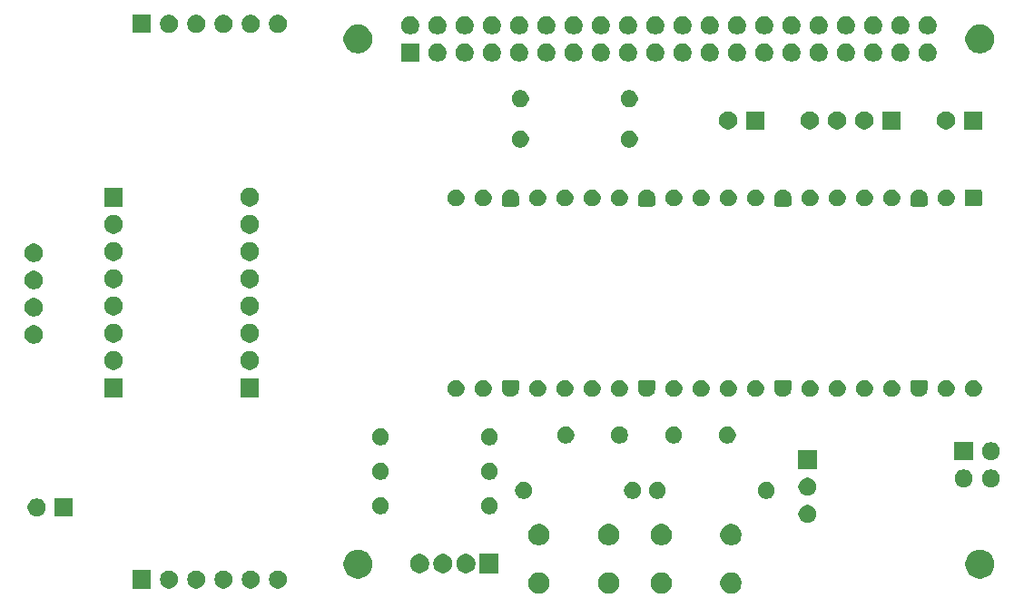
<source format=gts>
G04 #@! TF.GenerationSoftware,KiCad,Pcbnew,9.0.2-1.fc42*
G04 #@! TF.CreationDate,2025-05-23T23:53:53-05:00*
G04 #@! TF.ProjectId,cerebellum,63657265-6265-46c6-9c75-6d2e6b696361,rev?*
G04 #@! TF.SameCoordinates,Original*
G04 #@! TF.FileFunction,Soldermask,Top*
G04 #@! TF.FilePolarity,Negative*
%FSLAX46Y46*%
G04 Gerber Fmt 4.6, Leading zero omitted, Abs format (unit mm)*
G04 Created by KiCad (PCBNEW 9.0.2-1.fc42) date 2025-05-23 23:53:53*
%MOMM*%
%LPD*%
G01*
G04 APERTURE LIST*
G04 APERTURE END LIST*
G36*
X120665285Y-97293060D02*
G01*
X120846397Y-97368079D01*
X121009393Y-97476990D01*
X121148010Y-97615607D01*
X121256921Y-97778603D01*
X121331940Y-97959715D01*
X121370185Y-98151983D01*
X121370185Y-98348017D01*
X121331940Y-98540285D01*
X121256921Y-98721397D01*
X121148010Y-98884393D01*
X121009393Y-99023010D01*
X120846397Y-99131921D01*
X120665285Y-99206940D01*
X120473017Y-99245185D01*
X120276983Y-99245185D01*
X120084715Y-99206940D01*
X119903603Y-99131921D01*
X119740607Y-99023010D01*
X119601990Y-98884393D01*
X119493079Y-98721397D01*
X119418060Y-98540285D01*
X119379815Y-98348017D01*
X119379815Y-98151983D01*
X119418060Y-97959715D01*
X119493079Y-97778603D01*
X119601990Y-97615607D01*
X119740607Y-97476990D01*
X119903603Y-97368079D01*
X120084715Y-97293060D01*
X120276983Y-97254815D01*
X120473017Y-97254815D01*
X120665285Y-97293060D01*
G37*
G36*
X127165285Y-97293060D02*
G01*
X127346397Y-97368079D01*
X127509393Y-97476990D01*
X127648010Y-97615607D01*
X127756921Y-97778603D01*
X127831940Y-97959715D01*
X127870185Y-98151983D01*
X127870185Y-98348017D01*
X127831940Y-98540285D01*
X127756921Y-98721397D01*
X127648010Y-98884393D01*
X127509393Y-99023010D01*
X127346397Y-99131921D01*
X127165285Y-99206940D01*
X126973017Y-99245185D01*
X126776983Y-99245185D01*
X126584715Y-99206940D01*
X126403603Y-99131921D01*
X126240607Y-99023010D01*
X126101990Y-98884393D01*
X125993079Y-98721397D01*
X125918060Y-98540285D01*
X125879815Y-98348017D01*
X125879815Y-98151983D01*
X125918060Y-97959715D01*
X125993079Y-97778603D01*
X126101990Y-97615607D01*
X126240607Y-97476990D01*
X126403603Y-97368079D01*
X126584715Y-97293060D01*
X126776983Y-97254815D01*
X126973017Y-97254815D01*
X127165285Y-97293060D01*
G37*
G36*
X132070285Y-97293060D02*
G01*
X132251397Y-97368079D01*
X132414393Y-97476990D01*
X132553010Y-97615607D01*
X132661921Y-97778603D01*
X132736940Y-97959715D01*
X132775185Y-98151983D01*
X132775185Y-98348017D01*
X132736940Y-98540285D01*
X132661921Y-98721397D01*
X132553010Y-98884393D01*
X132414393Y-99023010D01*
X132251397Y-99131921D01*
X132070285Y-99206940D01*
X131878017Y-99245185D01*
X131681983Y-99245185D01*
X131489715Y-99206940D01*
X131308603Y-99131921D01*
X131145607Y-99023010D01*
X131006990Y-98884393D01*
X130898079Y-98721397D01*
X130823060Y-98540285D01*
X130784815Y-98348017D01*
X130784815Y-98151983D01*
X130823060Y-97959715D01*
X130898079Y-97778603D01*
X131006990Y-97615607D01*
X131145607Y-97476990D01*
X131308603Y-97368079D01*
X131489715Y-97293060D01*
X131681983Y-97254815D01*
X131878017Y-97254815D01*
X132070285Y-97293060D01*
G37*
G36*
X138570285Y-97293060D02*
G01*
X138751397Y-97368079D01*
X138914393Y-97476990D01*
X139053010Y-97615607D01*
X139161921Y-97778603D01*
X139236940Y-97959715D01*
X139275185Y-98151983D01*
X139275185Y-98348017D01*
X139236940Y-98540285D01*
X139161921Y-98721397D01*
X139053010Y-98884393D01*
X138914393Y-99023010D01*
X138751397Y-99131921D01*
X138570285Y-99206940D01*
X138378017Y-99245185D01*
X138181983Y-99245185D01*
X137989715Y-99206940D01*
X137808603Y-99131921D01*
X137645607Y-99023010D01*
X137506990Y-98884393D01*
X137398079Y-98721397D01*
X137323060Y-98540285D01*
X137284815Y-98348017D01*
X137284815Y-98151983D01*
X137323060Y-97959715D01*
X137398079Y-97778603D01*
X137506990Y-97615607D01*
X137645607Y-97476990D01*
X137808603Y-97368079D01*
X137989715Y-97293060D01*
X138181983Y-97254815D01*
X138378017Y-97254815D01*
X138570285Y-97293060D01*
G37*
G36*
X84180000Y-98780000D02*
G01*
X82480000Y-98780000D01*
X82480000Y-97080000D01*
X84180000Y-97080000D01*
X84180000Y-98780000D01*
G37*
G36*
X86116742Y-97116601D02*
G01*
X86270687Y-97180367D01*
X86409234Y-97272941D01*
X86527059Y-97390766D01*
X86619633Y-97529313D01*
X86683399Y-97683258D01*
X86715907Y-97846685D01*
X86715907Y-98013315D01*
X86683399Y-98176742D01*
X86619633Y-98330687D01*
X86527059Y-98469234D01*
X86409234Y-98587059D01*
X86270687Y-98679633D01*
X86116742Y-98743399D01*
X85953315Y-98775907D01*
X85786685Y-98775907D01*
X85623258Y-98743399D01*
X85469313Y-98679633D01*
X85330766Y-98587059D01*
X85212941Y-98469234D01*
X85120367Y-98330687D01*
X85056601Y-98176742D01*
X85024093Y-98013315D01*
X85024093Y-97846685D01*
X85056601Y-97683258D01*
X85120367Y-97529313D01*
X85212941Y-97390766D01*
X85330766Y-97272941D01*
X85469313Y-97180367D01*
X85623258Y-97116601D01*
X85786685Y-97084093D01*
X85953315Y-97084093D01*
X86116742Y-97116601D01*
G37*
G36*
X88656742Y-97116601D02*
G01*
X88810687Y-97180367D01*
X88949234Y-97272941D01*
X89067059Y-97390766D01*
X89159633Y-97529313D01*
X89223399Y-97683258D01*
X89255907Y-97846685D01*
X89255907Y-98013315D01*
X89223399Y-98176742D01*
X89159633Y-98330687D01*
X89067059Y-98469234D01*
X88949234Y-98587059D01*
X88810687Y-98679633D01*
X88656742Y-98743399D01*
X88493315Y-98775907D01*
X88326685Y-98775907D01*
X88163258Y-98743399D01*
X88009313Y-98679633D01*
X87870766Y-98587059D01*
X87752941Y-98469234D01*
X87660367Y-98330687D01*
X87596601Y-98176742D01*
X87564093Y-98013315D01*
X87564093Y-97846685D01*
X87596601Y-97683258D01*
X87660367Y-97529313D01*
X87752941Y-97390766D01*
X87870766Y-97272941D01*
X88009313Y-97180367D01*
X88163258Y-97116601D01*
X88326685Y-97084093D01*
X88493315Y-97084093D01*
X88656742Y-97116601D01*
G37*
G36*
X91196742Y-97116601D02*
G01*
X91350687Y-97180367D01*
X91489234Y-97272941D01*
X91607059Y-97390766D01*
X91699633Y-97529313D01*
X91763399Y-97683258D01*
X91795907Y-97846685D01*
X91795907Y-98013315D01*
X91763399Y-98176742D01*
X91699633Y-98330687D01*
X91607059Y-98469234D01*
X91489234Y-98587059D01*
X91350687Y-98679633D01*
X91196742Y-98743399D01*
X91033315Y-98775907D01*
X90866685Y-98775907D01*
X90703258Y-98743399D01*
X90549313Y-98679633D01*
X90410766Y-98587059D01*
X90292941Y-98469234D01*
X90200367Y-98330687D01*
X90136601Y-98176742D01*
X90104093Y-98013315D01*
X90104093Y-97846685D01*
X90136601Y-97683258D01*
X90200367Y-97529313D01*
X90292941Y-97390766D01*
X90410766Y-97272941D01*
X90549313Y-97180367D01*
X90703258Y-97116601D01*
X90866685Y-97084093D01*
X91033315Y-97084093D01*
X91196742Y-97116601D01*
G37*
G36*
X93736742Y-97116601D02*
G01*
X93890687Y-97180367D01*
X94029234Y-97272941D01*
X94147059Y-97390766D01*
X94239633Y-97529313D01*
X94303399Y-97683258D01*
X94335907Y-97846685D01*
X94335907Y-98013315D01*
X94303399Y-98176742D01*
X94239633Y-98330687D01*
X94147059Y-98469234D01*
X94029234Y-98587059D01*
X93890687Y-98679633D01*
X93736742Y-98743399D01*
X93573315Y-98775907D01*
X93406685Y-98775907D01*
X93243258Y-98743399D01*
X93089313Y-98679633D01*
X92950766Y-98587059D01*
X92832941Y-98469234D01*
X92740367Y-98330687D01*
X92676601Y-98176742D01*
X92644093Y-98013315D01*
X92644093Y-97846685D01*
X92676601Y-97683258D01*
X92740367Y-97529313D01*
X92832941Y-97390766D01*
X92950766Y-97272941D01*
X93089313Y-97180367D01*
X93243258Y-97116601D01*
X93406685Y-97084093D01*
X93573315Y-97084093D01*
X93736742Y-97116601D01*
G37*
G36*
X96276742Y-97116601D02*
G01*
X96430687Y-97180367D01*
X96569234Y-97272941D01*
X96687059Y-97390766D01*
X96779633Y-97529313D01*
X96843399Y-97683258D01*
X96875907Y-97846685D01*
X96875907Y-98013315D01*
X96843399Y-98176742D01*
X96779633Y-98330687D01*
X96687059Y-98469234D01*
X96569234Y-98587059D01*
X96430687Y-98679633D01*
X96276742Y-98743399D01*
X96113315Y-98775907D01*
X95946685Y-98775907D01*
X95783258Y-98743399D01*
X95629313Y-98679633D01*
X95490766Y-98587059D01*
X95372941Y-98469234D01*
X95280367Y-98330687D01*
X95216601Y-98176742D01*
X95184093Y-98013315D01*
X95184093Y-97846685D01*
X95216601Y-97683258D01*
X95280367Y-97529313D01*
X95372941Y-97390766D01*
X95490766Y-97272941D01*
X95629313Y-97180367D01*
X95783258Y-97116601D01*
X95946685Y-97084093D01*
X96113315Y-97084093D01*
X96276742Y-97116601D01*
G37*
G36*
X103815151Y-95187301D02*
G01*
X104016623Y-95252763D01*
X104205373Y-95348936D01*
X104376755Y-95473452D01*
X104526548Y-95623245D01*
X104651064Y-95794627D01*
X104747237Y-95983377D01*
X104812699Y-96184849D01*
X104845838Y-96394080D01*
X104845838Y-96605920D01*
X104812699Y-96815151D01*
X104747237Y-97016623D01*
X104651064Y-97205373D01*
X104526548Y-97376755D01*
X104376755Y-97526548D01*
X104205373Y-97651064D01*
X104016623Y-97747237D01*
X103815151Y-97812699D01*
X103605920Y-97845838D01*
X103394080Y-97845838D01*
X103184849Y-97812699D01*
X102983377Y-97747237D01*
X102794627Y-97651064D01*
X102623245Y-97526548D01*
X102473452Y-97376755D01*
X102348936Y-97205373D01*
X102252763Y-97016623D01*
X102187301Y-96815151D01*
X102154162Y-96605920D01*
X102154162Y-96394080D01*
X102187301Y-96184849D01*
X102252763Y-95983377D01*
X102348936Y-95794627D01*
X102473452Y-95623245D01*
X102623245Y-95473452D01*
X102794627Y-95348936D01*
X102983377Y-95252763D01*
X103184849Y-95187301D01*
X103394080Y-95154162D01*
X103605920Y-95154162D01*
X103815151Y-95187301D01*
G37*
G36*
X161815151Y-95187301D02*
G01*
X162016623Y-95252763D01*
X162205373Y-95348936D01*
X162376755Y-95473452D01*
X162526548Y-95623245D01*
X162651064Y-95794627D01*
X162747237Y-95983377D01*
X162812699Y-96184849D01*
X162845838Y-96394080D01*
X162845838Y-96605920D01*
X162812699Y-96815151D01*
X162747237Y-97016623D01*
X162651064Y-97205373D01*
X162526548Y-97376755D01*
X162376755Y-97526548D01*
X162205373Y-97651064D01*
X162016623Y-97747237D01*
X161815151Y-97812699D01*
X161605920Y-97845838D01*
X161394080Y-97845838D01*
X161184849Y-97812699D01*
X160983377Y-97747237D01*
X160794627Y-97651064D01*
X160623245Y-97526548D01*
X160473452Y-97376755D01*
X160348936Y-97205373D01*
X160252763Y-97016623D01*
X160187301Y-96815151D01*
X160154162Y-96605920D01*
X160154162Y-96394080D01*
X160187301Y-96184849D01*
X160252763Y-95983377D01*
X160348936Y-95794627D01*
X160473452Y-95623245D01*
X160623245Y-95473452D01*
X160794627Y-95348936D01*
X160983377Y-95252763D01*
X161184849Y-95187301D01*
X161394080Y-95154162D01*
X161605920Y-95154162D01*
X161815151Y-95187301D01*
G37*
G36*
X116625000Y-97350000D02*
G01*
X114825000Y-97350000D01*
X114825000Y-95550000D01*
X116625000Y-95550000D01*
X116625000Y-97350000D01*
G37*
G36*
X109509256Y-95588754D02*
G01*
X109672257Y-95656271D01*
X109818954Y-95754291D01*
X109943709Y-95879046D01*
X110041729Y-96025743D01*
X110109246Y-96188744D01*
X110143666Y-96361785D01*
X110143666Y-96538215D01*
X110109246Y-96711256D01*
X110041729Y-96874257D01*
X109943709Y-97020954D01*
X109818954Y-97145709D01*
X109672257Y-97243729D01*
X109509256Y-97311246D01*
X109336215Y-97345666D01*
X109159785Y-97345666D01*
X108986744Y-97311246D01*
X108823743Y-97243729D01*
X108677046Y-97145709D01*
X108552291Y-97020954D01*
X108454271Y-96874257D01*
X108386754Y-96711256D01*
X108352334Y-96538215D01*
X108352334Y-96361785D01*
X108386754Y-96188744D01*
X108454271Y-96025743D01*
X108552291Y-95879046D01*
X108677046Y-95754291D01*
X108823743Y-95656271D01*
X108986744Y-95588754D01*
X109159785Y-95554334D01*
X109336215Y-95554334D01*
X109509256Y-95588754D01*
G37*
G36*
X111668256Y-95588754D02*
G01*
X111831257Y-95656271D01*
X111977954Y-95754291D01*
X112102709Y-95879046D01*
X112200729Y-96025743D01*
X112268246Y-96188744D01*
X112302666Y-96361785D01*
X112302666Y-96538215D01*
X112268246Y-96711256D01*
X112200729Y-96874257D01*
X112102709Y-97020954D01*
X111977954Y-97145709D01*
X111831257Y-97243729D01*
X111668256Y-97311246D01*
X111495215Y-97345666D01*
X111318785Y-97345666D01*
X111145744Y-97311246D01*
X110982743Y-97243729D01*
X110836046Y-97145709D01*
X110711291Y-97020954D01*
X110613271Y-96874257D01*
X110545754Y-96711256D01*
X110511334Y-96538215D01*
X110511334Y-96361785D01*
X110545754Y-96188744D01*
X110613271Y-96025743D01*
X110711291Y-95879046D01*
X110836046Y-95754291D01*
X110982743Y-95656271D01*
X111145744Y-95588754D01*
X111318785Y-95554334D01*
X111495215Y-95554334D01*
X111668256Y-95588754D01*
G37*
G36*
X113827256Y-95588754D02*
G01*
X113990257Y-95656271D01*
X114136954Y-95754291D01*
X114261709Y-95879046D01*
X114359729Y-96025743D01*
X114427246Y-96188744D01*
X114461666Y-96361785D01*
X114461666Y-96538215D01*
X114427246Y-96711256D01*
X114359729Y-96874257D01*
X114261709Y-97020954D01*
X114136954Y-97145709D01*
X113990257Y-97243729D01*
X113827256Y-97311246D01*
X113654215Y-97345666D01*
X113477785Y-97345666D01*
X113304744Y-97311246D01*
X113141743Y-97243729D01*
X112995046Y-97145709D01*
X112870291Y-97020954D01*
X112772271Y-96874257D01*
X112704754Y-96711256D01*
X112670334Y-96538215D01*
X112670334Y-96361785D01*
X112704754Y-96188744D01*
X112772271Y-96025743D01*
X112870291Y-95879046D01*
X112995046Y-95754291D01*
X113141743Y-95656271D01*
X113304744Y-95588754D01*
X113477785Y-95554334D01*
X113654215Y-95554334D01*
X113827256Y-95588754D01*
G37*
G36*
X120665285Y-92793060D02*
G01*
X120846397Y-92868079D01*
X121009393Y-92976990D01*
X121148010Y-93115607D01*
X121256921Y-93278603D01*
X121331940Y-93459715D01*
X121370185Y-93651983D01*
X121370185Y-93848017D01*
X121331940Y-94040285D01*
X121256921Y-94221397D01*
X121148010Y-94384393D01*
X121009393Y-94523010D01*
X120846397Y-94631921D01*
X120665285Y-94706940D01*
X120473017Y-94745185D01*
X120276983Y-94745185D01*
X120084715Y-94706940D01*
X119903603Y-94631921D01*
X119740607Y-94523010D01*
X119601990Y-94384393D01*
X119493079Y-94221397D01*
X119418060Y-94040285D01*
X119379815Y-93848017D01*
X119379815Y-93651983D01*
X119418060Y-93459715D01*
X119493079Y-93278603D01*
X119601990Y-93115607D01*
X119740607Y-92976990D01*
X119903603Y-92868079D01*
X120084715Y-92793060D01*
X120276983Y-92754815D01*
X120473017Y-92754815D01*
X120665285Y-92793060D01*
G37*
G36*
X127165285Y-92793060D02*
G01*
X127346397Y-92868079D01*
X127509393Y-92976990D01*
X127648010Y-93115607D01*
X127756921Y-93278603D01*
X127831940Y-93459715D01*
X127870185Y-93651983D01*
X127870185Y-93848017D01*
X127831940Y-94040285D01*
X127756921Y-94221397D01*
X127648010Y-94384393D01*
X127509393Y-94523010D01*
X127346397Y-94631921D01*
X127165285Y-94706940D01*
X126973017Y-94745185D01*
X126776983Y-94745185D01*
X126584715Y-94706940D01*
X126403603Y-94631921D01*
X126240607Y-94523010D01*
X126101990Y-94384393D01*
X125993079Y-94221397D01*
X125918060Y-94040285D01*
X125879815Y-93848017D01*
X125879815Y-93651983D01*
X125918060Y-93459715D01*
X125993079Y-93278603D01*
X126101990Y-93115607D01*
X126240607Y-92976990D01*
X126403603Y-92868079D01*
X126584715Y-92793060D01*
X126776983Y-92754815D01*
X126973017Y-92754815D01*
X127165285Y-92793060D01*
G37*
G36*
X132070285Y-92793060D02*
G01*
X132251397Y-92868079D01*
X132414393Y-92976990D01*
X132553010Y-93115607D01*
X132661921Y-93278603D01*
X132736940Y-93459715D01*
X132775185Y-93651983D01*
X132775185Y-93848017D01*
X132736940Y-94040285D01*
X132661921Y-94221397D01*
X132553010Y-94384393D01*
X132414393Y-94523010D01*
X132251397Y-94631921D01*
X132070285Y-94706940D01*
X131878017Y-94745185D01*
X131681983Y-94745185D01*
X131489715Y-94706940D01*
X131308603Y-94631921D01*
X131145607Y-94523010D01*
X131006990Y-94384393D01*
X130898079Y-94221397D01*
X130823060Y-94040285D01*
X130784815Y-93848017D01*
X130784815Y-93651983D01*
X130823060Y-93459715D01*
X130898079Y-93278603D01*
X131006990Y-93115607D01*
X131145607Y-92976990D01*
X131308603Y-92868079D01*
X131489715Y-92793060D01*
X131681983Y-92754815D01*
X131878017Y-92754815D01*
X132070285Y-92793060D01*
G37*
G36*
X138570285Y-92793060D02*
G01*
X138751397Y-92868079D01*
X138914393Y-92976990D01*
X139053010Y-93115607D01*
X139161921Y-93278603D01*
X139236940Y-93459715D01*
X139275185Y-93651983D01*
X139275185Y-93848017D01*
X139236940Y-94040285D01*
X139161921Y-94221397D01*
X139053010Y-94384393D01*
X138914393Y-94523010D01*
X138751397Y-94631921D01*
X138570285Y-94706940D01*
X138378017Y-94745185D01*
X138181983Y-94745185D01*
X137989715Y-94706940D01*
X137808603Y-94631921D01*
X137645607Y-94523010D01*
X137506990Y-94384393D01*
X137398079Y-94221397D01*
X137323060Y-94040285D01*
X137284815Y-93848017D01*
X137284815Y-93651983D01*
X137323060Y-93459715D01*
X137398079Y-93278603D01*
X137506990Y-93115607D01*
X137645607Y-92976990D01*
X137808603Y-92868079D01*
X137989715Y-92793060D01*
X138181983Y-92754815D01*
X138378017Y-92754815D01*
X138570285Y-92793060D01*
G37*
G36*
X145666742Y-91016601D02*
G01*
X145820687Y-91080367D01*
X145959234Y-91172941D01*
X146077059Y-91290766D01*
X146169633Y-91429313D01*
X146233399Y-91583258D01*
X146265907Y-91746685D01*
X146265907Y-91913315D01*
X146233399Y-92076742D01*
X146169633Y-92230687D01*
X146077059Y-92369234D01*
X145959234Y-92487059D01*
X145820687Y-92579633D01*
X145666742Y-92643399D01*
X145503315Y-92675907D01*
X145336685Y-92675907D01*
X145173258Y-92643399D01*
X145019313Y-92579633D01*
X144880766Y-92487059D01*
X144762941Y-92369234D01*
X144670367Y-92230687D01*
X144606601Y-92076742D01*
X144574093Y-91913315D01*
X144574093Y-91746685D01*
X144606601Y-91583258D01*
X144670367Y-91429313D01*
X144762941Y-91290766D01*
X144880766Y-91172941D01*
X145019313Y-91080367D01*
X145173258Y-91016601D01*
X145336685Y-90984093D01*
X145503315Y-90984093D01*
X145666742Y-91016601D01*
G37*
G36*
X76925000Y-92065000D02*
G01*
X75225000Y-92065000D01*
X75225000Y-90365000D01*
X76925000Y-90365000D01*
X76925000Y-92065000D01*
G37*
G36*
X73781742Y-90401601D02*
G01*
X73935687Y-90465367D01*
X74074234Y-90557941D01*
X74192059Y-90675766D01*
X74284633Y-90814313D01*
X74348399Y-90968258D01*
X74380907Y-91131685D01*
X74380907Y-91298315D01*
X74348399Y-91461742D01*
X74284633Y-91615687D01*
X74192059Y-91754234D01*
X74074234Y-91872059D01*
X73935687Y-91964633D01*
X73781742Y-92028399D01*
X73618315Y-92060907D01*
X73451685Y-92060907D01*
X73288258Y-92028399D01*
X73134313Y-91964633D01*
X72995766Y-91872059D01*
X72877941Y-91754234D01*
X72785367Y-91615687D01*
X72721601Y-91461742D01*
X72689093Y-91298315D01*
X72689093Y-91131685D01*
X72721601Y-90968258D01*
X72785367Y-90814313D01*
X72877941Y-90675766D01*
X72995766Y-90557941D01*
X73134313Y-90465367D01*
X73288258Y-90401601D01*
X73451685Y-90369093D01*
X73618315Y-90369093D01*
X73781742Y-90401601D01*
G37*
G36*
X105827228Y-90284448D02*
G01*
X105972117Y-90344463D01*
X106102515Y-90431592D01*
X106213408Y-90542485D01*
X106300537Y-90672883D01*
X106360552Y-90817772D01*
X106391148Y-90971586D01*
X106391148Y-91128414D01*
X106360552Y-91282228D01*
X106300537Y-91427117D01*
X106213408Y-91557515D01*
X106102515Y-91668408D01*
X105972117Y-91755537D01*
X105827228Y-91815552D01*
X105673414Y-91846148D01*
X105516586Y-91846148D01*
X105362772Y-91815552D01*
X105217883Y-91755537D01*
X105087485Y-91668408D01*
X104976592Y-91557515D01*
X104889463Y-91427117D01*
X104829448Y-91282228D01*
X104798852Y-91128414D01*
X104798852Y-90971586D01*
X104829448Y-90817772D01*
X104889463Y-90672883D01*
X104976592Y-90542485D01*
X105087485Y-90431592D01*
X105217883Y-90344463D01*
X105362772Y-90284448D01*
X105516586Y-90253852D01*
X105673414Y-90253852D01*
X105827228Y-90284448D01*
G37*
G36*
X115987228Y-90284448D02*
G01*
X116132117Y-90344463D01*
X116262515Y-90431592D01*
X116373408Y-90542485D01*
X116460537Y-90672883D01*
X116520552Y-90817772D01*
X116551148Y-90971586D01*
X116551148Y-91128414D01*
X116520552Y-91282228D01*
X116460537Y-91427117D01*
X116373408Y-91557515D01*
X116262515Y-91668408D01*
X116132117Y-91755537D01*
X115987228Y-91815552D01*
X115833414Y-91846148D01*
X115676586Y-91846148D01*
X115522772Y-91815552D01*
X115377883Y-91755537D01*
X115247485Y-91668408D01*
X115136592Y-91557515D01*
X115049463Y-91427117D01*
X114989448Y-91282228D01*
X114958852Y-91128414D01*
X114958852Y-90971586D01*
X114989448Y-90817772D01*
X115049463Y-90672883D01*
X115136592Y-90542485D01*
X115247485Y-90431592D01*
X115377883Y-90344463D01*
X115522772Y-90284448D01*
X115676586Y-90253852D01*
X115833414Y-90253852D01*
X115987228Y-90284448D01*
G37*
G36*
X119182228Y-88859448D02*
G01*
X119327117Y-88919463D01*
X119457515Y-89006592D01*
X119568408Y-89117485D01*
X119655537Y-89247883D01*
X119715552Y-89392772D01*
X119746148Y-89546586D01*
X119746148Y-89703414D01*
X119715552Y-89857228D01*
X119655537Y-90002117D01*
X119568408Y-90132515D01*
X119457515Y-90243408D01*
X119327117Y-90330537D01*
X119182228Y-90390552D01*
X119028414Y-90421148D01*
X118871586Y-90421148D01*
X118717772Y-90390552D01*
X118572883Y-90330537D01*
X118442485Y-90243408D01*
X118331592Y-90132515D01*
X118244463Y-90002117D01*
X118184448Y-89857228D01*
X118153852Y-89703414D01*
X118153852Y-89546586D01*
X118184448Y-89392772D01*
X118244463Y-89247883D01*
X118331592Y-89117485D01*
X118442485Y-89006592D01*
X118572883Y-88919463D01*
X118717772Y-88859448D01*
X118871586Y-88828852D01*
X119028414Y-88828852D01*
X119182228Y-88859448D01*
G37*
G36*
X129342228Y-88859448D02*
G01*
X129487117Y-88919463D01*
X129617515Y-89006592D01*
X129728408Y-89117485D01*
X129815537Y-89247883D01*
X129875552Y-89392772D01*
X129906148Y-89546586D01*
X129906148Y-89703414D01*
X129875552Y-89857228D01*
X129815537Y-90002117D01*
X129728408Y-90132515D01*
X129617515Y-90243408D01*
X129487117Y-90330537D01*
X129342228Y-90390552D01*
X129188414Y-90421148D01*
X129031586Y-90421148D01*
X128877772Y-90390552D01*
X128732883Y-90330537D01*
X128602485Y-90243408D01*
X128491592Y-90132515D01*
X128404463Y-90002117D01*
X128344448Y-89857228D01*
X128313852Y-89703414D01*
X128313852Y-89546586D01*
X128344448Y-89392772D01*
X128404463Y-89247883D01*
X128491592Y-89117485D01*
X128602485Y-89006592D01*
X128732883Y-88919463D01*
X128877772Y-88859448D01*
X129031586Y-88828852D01*
X129188414Y-88828852D01*
X129342228Y-88859448D01*
G37*
G36*
X131647228Y-88859448D02*
G01*
X131792117Y-88919463D01*
X131922515Y-89006592D01*
X132033408Y-89117485D01*
X132120537Y-89247883D01*
X132180552Y-89392772D01*
X132211148Y-89546586D01*
X132211148Y-89703414D01*
X132180552Y-89857228D01*
X132120537Y-90002117D01*
X132033408Y-90132515D01*
X131922515Y-90243408D01*
X131792117Y-90330537D01*
X131647228Y-90390552D01*
X131493414Y-90421148D01*
X131336586Y-90421148D01*
X131182772Y-90390552D01*
X131037883Y-90330537D01*
X130907485Y-90243408D01*
X130796592Y-90132515D01*
X130709463Y-90002117D01*
X130649448Y-89857228D01*
X130618852Y-89703414D01*
X130618852Y-89546586D01*
X130649448Y-89392772D01*
X130709463Y-89247883D01*
X130796592Y-89117485D01*
X130907485Y-89006592D01*
X131037883Y-88919463D01*
X131182772Y-88859448D01*
X131336586Y-88828852D01*
X131493414Y-88828852D01*
X131647228Y-88859448D01*
G37*
G36*
X141807228Y-88859448D02*
G01*
X141952117Y-88919463D01*
X142082515Y-89006592D01*
X142193408Y-89117485D01*
X142280537Y-89247883D01*
X142340552Y-89392772D01*
X142371148Y-89546586D01*
X142371148Y-89703414D01*
X142340552Y-89857228D01*
X142280537Y-90002117D01*
X142193408Y-90132515D01*
X142082515Y-90243408D01*
X141952117Y-90330537D01*
X141807228Y-90390552D01*
X141653414Y-90421148D01*
X141496586Y-90421148D01*
X141342772Y-90390552D01*
X141197883Y-90330537D01*
X141067485Y-90243408D01*
X140956592Y-90132515D01*
X140869463Y-90002117D01*
X140809448Y-89857228D01*
X140778852Y-89703414D01*
X140778852Y-89546586D01*
X140809448Y-89392772D01*
X140869463Y-89247883D01*
X140956592Y-89117485D01*
X141067485Y-89006592D01*
X141197883Y-88919463D01*
X141342772Y-88859448D01*
X141496586Y-88828852D01*
X141653414Y-88828852D01*
X141807228Y-88859448D01*
G37*
G36*
X145666742Y-88476601D02*
G01*
X145820687Y-88540367D01*
X145959234Y-88632941D01*
X146077059Y-88750766D01*
X146169633Y-88889313D01*
X146233399Y-89043258D01*
X146265907Y-89206685D01*
X146265907Y-89373315D01*
X146233399Y-89536742D01*
X146169633Y-89690687D01*
X146077059Y-89829234D01*
X145959234Y-89947059D01*
X145820687Y-90039633D01*
X145666742Y-90103399D01*
X145503315Y-90135907D01*
X145336685Y-90135907D01*
X145173258Y-90103399D01*
X145019313Y-90039633D01*
X144880766Y-89947059D01*
X144762941Y-89829234D01*
X144670367Y-89690687D01*
X144606601Y-89536742D01*
X144574093Y-89373315D01*
X144574093Y-89206685D01*
X144606601Y-89043258D01*
X144670367Y-88889313D01*
X144762941Y-88750766D01*
X144880766Y-88632941D01*
X145019313Y-88540367D01*
X145173258Y-88476601D01*
X145336685Y-88444093D01*
X145503315Y-88444093D01*
X145666742Y-88476601D01*
G37*
G36*
X160231742Y-87686601D02*
G01*
X160385687Y-87750367D01*
X160524234Y-87842941D01*
X160642059Y-87960766D01*
X160734633Y-88099313D01*
X160798399Y-88253258D01*
X160830907Y-88416685D01*
X160830907Y-88583315D01*
X160798399Y-88746742D01*
X160734633Y-88900687D01*
X160642059Y-89039234D01*
X160524234Y-89157059D01*
X160385687Y-89249633D01*
X160231742Y-89313399D01*
X160068315Y-89345907D01*
X159901685Y-89345907D01*
X159738258Y-89313399D01*
X159584313Y-89249633D01*
X159445766Y-89157059D01*
X159327941Y-89039234D01*
X159235367Y-88900687D01*
X159171601Y-88746742D01*
X159139093Y-88583315D01*
X159139093Y-88416685D01*
X159171601Y-88253258D01*
X159235367Y-88099313D01*
X159327941Y-87960766D01*
X159445766Y-87842941D01*
X159584313Y-87750367D01*
X159738258Y-87686601D01*
X159901685Y-87654093D01*
X160068315Y-87654093D01*
X160231742Y-87686601D01*
G37*
G36*
X162771742Y-87686601D02*
G01*
X162925687Y-87750367D01*
X163064234Y-87842941D01*
X163182059Y-87960766D01*
X163274633Y-88099313D01*
X163338399Y-88253258D01*
X163370907Y-88416685D01*
X163370907Y-88583315D01*
X163338399Y-88746742D01*
X163274633Y-88900687D01*
X163182059Y-89039234D01*
X163064234Y-89157059D01*
X162925687Y-89249633D01*
X162771742Y-89313399D01*
X162608315Y-89345907D01*
X162441685Y-89345907D01*
X162278258Y-89313399D01*
X162124313Y-89249633D01*
X161985766Y-89157059D01*
X161867941Y-89039234D01*
X161775367Y-88900687D01*
X161711601Y-88746742D01*
X161679093Y-88583315D01*
X161679093Y-88416685D01*
X161711601Y-88253258D01*
X161775367Y-88099313D01*
X161867941Y-87960766D01*
X161985766Y-87842941D01*
X162124313Y-87750367D01*
X162278258Y-87686601D01*
X162441685Y-87654093D01*
X162608315Y-87654093D01*
X162771742Y-87686601D01*
G37*
G36*
X105827228Y-87084448D02*
G01*
X105972117Y-87144463D01*
X106102515Y-87231592D01*
X106213408Y-87342485D01*
X106300537Y-87472883D01*
X106360552Y-87617772D01*
X106391148Y-87771586D01*
X106391148Y-87928414D01*
X106360552Y-88082228D01*
X106300537Y-88227117D01*
X106213408Y-88357515D01*
X106102515Y-88468408D01*
X105972117Y-88555537D01*
X105827228Y-88615552D01*
X105673414Y-88646148D01*
X105516586Y-88646148D01*
X105362772Y-88615552D01*
X105217883Y-88555537D01*
X105087485Y-88468408D01*
X104976592Y-88357515D01*
X104889463Y-88227117D01*
X104829448Y-88082228D01*
X104798852Y-87928414D01*
X104798852Y-87771586D01*
X104829448Y-87617772D01*
X104889463Y-87472883D01*
X104976592Y-87342485D01*
X105087485Y-87231592D01*
X105217883Y-87144463D01*
X105362772Y-87084448D01*
X105516586Y-87053852D01*
X105673414Y-87053852D01*
X105827228Y-87084448D01*
G37*
G36*
X115987228Y-87084448D02*
G01*
X116132117Y-87144463D01*
X116262515Y-87231592D01*
X116373408Y-87342485D01*
X116460537Y-87472883D01*
X116520552Y-87617772D01*
X116551148Y-87771586D01*
X116551148Y-87928414D01*
X116520552Y-88082228D01*
X116460537Y-88227117D01*
X116373408Y-88357515D01*
X116262515Y-88468408D01*
X116132117Y-88555537D01*
X115987228Y-88615552D01*
X115833414Y-88646148D01*
X115676586Y-88646148D01*
X115522772Y-88615552D01*
X115377883Y-88555537D01*
X115247485Y-88468408D01*
X115136592Y-88357515D01*
X115049463Y-88227117D01*
X114989448Y-88082228D01*
X114958852Y-87928414D01*
X114958852Y-87771586D01*
X114989448Y-87617772D01*
X115049463Y-87472883D01*
X115136592Y-87342485D01*
X115247485Y-87231592D01*
X115377883Y-87144463D01*
X115522772Y-87084448D01*
X115676586Y-87053852D01*
X115833414Y-87053852D01*
X115987228Y-87084448D01*
G37*
G36*
X146270000Y-87600000D02*
G01*
X144570000Y-87600000D01*
X144570000Y-85900000D01*
X146270000Y-85900000D01*
X146270000Y-87600000D01*
G37*
G36*
X160835000Y-86810000D02*
G01*
X159135000Y-86810000D01*
X159135000Y-85110000D01*
X160835000Y-85110000D01*
X160835000Y-86810000D01*
G37*
G36*
X162771742Y-85146601D02*
G01*
X162925687Y-85210367D01*
X163064234Y-85302941D01*
X163182059Y-85420766D01*
X163274633Y-85559313D01*
X163338399Y-85713258D01*
X163370907Y-85876685D01*
X163370907Y-86043315D01*
X163338399Y-86206742D01*
X163274633Y-86360687D01*
X163182059Y-86499234D01*
X163064234Y-86617059D01*
X162925687Y-86709633D01*
X162771742Y-86773399D01*
X162608315Y-86805907D01*
X162441685Y-86805907D01*
X162278258Y-86773399D01*
X162124313Y-86709633D01*
X161985766Y-86617059D01*
X161867941Y-86499234D01*
X161775367Y-86360687D01*
X161711601Y-86206742D01*
X161679093Y-86043315D01*
X161679093Y-85876685D01*
X161711601Y-85713258D01*
X161775367Y-85559313D01*
X161867941Y-85420766D01*
X161985766Y-85302941D01*
X162124313Y-85210367D01*
X162278258Y-85146601D01*
X162441685Y-85114093D01*
X162608315Y-85114093D01*
X162771742Y-85146601D01*
G37*
G36*
X105827228Y-83854448D02*
G01*
X105972117Y-83914463D01*
X106102515Y-84001592D01*
X106213408Y-84112485D01*
X106300537Y-84242883D01*
X106360552Y-84387772D01*
X106391148Y-84541586D01*
X106391148Y-84698414D01*
X106360552Y-84852228D01*
X106300537Y-84997117D01*
X106213408Y-85127515D01*
X106102515Y-85238408D01*
X105972117Y-85325537D01*
X105827228Y-85385552D01*
X105673414Y-85416148D01*
X105516586Y-85416148D01*
X105362772Y-85385552D01*
X105217883Y-85325537D01*
X105087485Y-85238408D01*
X104976592Y-85127515D01*
X104889463Y-84997117D01*
X104829448Y-84852228D01*
X104798852Y-84698414D01*
X104798852Y-84541586D01*
X104829448Y-84387772D01*
X104889463Y-84242883D01*
X104976592Y-84112485D01*
X105087485Y-84001592D01*
X105217883Y-83914463D01*
X105362772Y-83854448D01*
X105516586Y-83823852D01*
X105673414Y-83823852D01*
X105827228Y-83854448D01*
G37*
G36*
X115987228Y-83854448D02*
G01*
X116132117Y-83914463D01*
X116262515Y-84001592D01*
X116373408Y-84112485D01*
X116460537Y-84242883D01*
X116520552Y-84387772D01*
X116551148Y-84541586D01*
X116551148Y-84698414D01*
X116520552Y-84852228D01*
X116460537Y-84997117D01*
X116373408Y-85127515D01*
X116262515Y-85238408D01*
X116132117Y-85325537D01*
X115987228Y-85385552D01*
X115833414Y-85416148D01*
X115676586Y-85416148D01*
X115522772Y-85385552D01*
X115377883Y-85325537D01*
X115247485Y-85238408D01*
X115136592Y-85127515D01*
X115049463Y-84997117D01*
X114989448Y-84852228D01*
X114958852Y-84698414D01*
X114958852Y-84541586D01*
X114989448Y-84387772D01*
X115049463Y-84242883D01*
X115136592Y-84112485D01*
X115247485Y-84001592D01*
X115377883Y-83914463D01*
X115522772Y-83854448D01*
X115676586Y-83823852D01*
X115833414Y-83823852D01*
X115987228Y-83854448D01*
G37*
G36*
X123107228Y-83694448D02*
G01*
X123252117Y-83754463D01*
X123382515Y-83841592D01*
X123493408Y-83952485D01*
X123580537Y-84082883D01*
X123640552Y-84227772D01*
X123671148Y-84381586D01*
X123671148Y-84538414D01*
X123640552Y-84692228D01*
X123580537Y-84837117D01*
X123493408Y-84967515D01*
X123382515Y-85078408D01*
X123252117Y-85165537D01*
X123107228Y-85225552D01*
X122953414Y-85256148D01*
X122796586Y-85256148D01*
X122642772Y-85225552D01*
X122497883Y-85165537D01*
X122367485Y-85078408D01*
X122256592Y-84967515D01*
X122169463Y-84837117D01*
X122109448Y-84692228D01*
X122078852Y-84538414D01*
X122078852Y-84381586D01*
X122109448Y-84227772D01*
X122169463Y-84082883D01*
X122256592Y-83952485D01*
X122367485Y-83841592D01*
X122497883Y-83754463D01*
X122642772Y-83694448D01*
X122796586Y-83663852D01*
X122953414Y-83663852D01*
X123107228Y-83694448D01*
G37*
G36*
X128107228Y-83694448D02*
G01*
X128252117Y-83754463D01*
X128382515Y-83841592D01*
X128493408Y-83952485D01*
X128580537Y-84082883D01*
X128640552Y-84227772D01*
X128671148Y-84381586D01*
X128671148Y-84538414D01*
X128640552Y-84692228D01*
X128580537Y-84837117D01*
X128493408Y-84967515D01*
X128382515Y-85078408D01*
X128252117Y-85165537D01*
X128107228Y-85225552D01*
X127953414Y-85256148D01*
X127796586Y-85256148D01*
X127642772Y-85225552D01*
X127497883Y-85165537D01*
X127367485Y-85078408D01*
X127256592Y-84967515D01*
X127169463Y-84837117D01*
X127109448Y-84692228D01*
X127078852Y-84538414D01*
X127078852Y-84381586D01*
X127109448Y-84227772D01*
X127169463Y-84082883D01*
X127256592Y-83952485D01*
X127367485Y-83841592D01*
X127497883Y-83754463D01*
X127642772Y-83694448D01*
X127796586Y-83663852D01*
X127953414Y-83663852D01*
X128107228Y-83694448D01*
G37*
G36*
X133172228Y-83694448D02*
G01*
X133317117Y-83754463D01*
X133447515Y-83841592D01*
X133558408Y-83952485D01*
X133645537Y-84082883D01*
X133705552Y-84227772D01*
X133736148Y-84381586D01*
X133736148Y-84538414D01*
X133705552Y-84692228D01*
X133645537Y-84837117D01*
X133558408Y-84967515D01*
X133447515Y-85078408D01*
X133317117Y-85165537D01*
X133172228Y-85225552D01*
X133018414Y-85256148D01*
X132861586Y-85256148D01*
X132707772Y-85225552D01*
X132562883Y-85165537D01*
X132432485Y-85078408D01*
X132321592Y-84967515D01*
X132234463Y-84837117D01*
X132174448Y-84692228D01*
X132143852Y-84538414D01*
X132143852Y-84381586D01*
X132174448Y-84227772D01*
X132234463Y-84082883D01*
X132321592Y-83952485D01*
X132432485Y-83841592D01*
X132562883Y-83754463D01*
X132707772Y-83694448D01*
X132861586Y-83663852D01*
X133018414Y-83663852D01*
X133172228Y-83694448D01*
G37*
G36*
X138172228Y-83694448D02*
G01*
X138317117Y-83754463D01*
X138447515Y-83841592D01*
X138558408Y-83952485D01*
X138645537Y-84082883D01*
X138705552Y-84227772D01*
X138736148Y-84381586D01*
X138736148Y-84538414D01*
X138705552Y-84692228D01*
X138645537Y-84837117D01*
X138558408Y-84967515D01*
X138447515Y-85078408D01*
X138317117Y-85165537D01*
X138172228Y-85225552D01*
X138018414Y-85256148D01*
X137861586Y-85256148D01*
X137707772Y-85225552D01*
X137562883Y-85165537D01*
X137432485Y-85078408D01*
X137321592Y-84967515D01*
X137234463Y-84837117D01*
X137174448Y-84692228D01*
X137143852Y-84538414D01*
X137143852Y-84381586D01*
X137174448Y-84227772D01*
X137234463Y-84082883D01*
X137321592Y-83952485D01*
X137432485Y-83841592D01*
X137562883Y-83754463D01*
X137707772Y-83694448D01*
X137861586Y-83663852D01*
X138018414Y-83663852D01*
X138172228Y-83694448D01*
G37*
G36*
X81519034Y-79165764D02*
G01*
X81552125Y-79187875D01*
X81574236Y-79220966D01*
X81582000Y-79260000D01*
X81582000Y-80820000D01*
X81574236Y-80859034D01*
X81552125Y-80892125D01*
X81519034Y-80914236D01*
X81480000Y-80922000D01*
X79920000Y-80922000D01*
X79880966Y-80914236D01*
X79847875Y-80892125D01*
X79825764Y-80859034D01*
X79818000Y-80820000D01*
X79818000Y-79260000D01*
X79825764Y-79220966D01*
X79847875Y-79187875D01*
X79880966Y-79165764D01*
X79920000Y-79158000D01*
X81480000Y-79158000D01*
X81519034Y-79165764D01*
G37*
G36*
X94219034Y-79165764D02*
G01*
X94252125Y-79187875D01*
X94274236Y-79220966D01*
X94282000Y-79260000D01*
X94282000Y-80820000D01*
X94274236Y-80859034D01*
X94252125Y-80892125D01*
X94219034Y-80914236D01*
X94180000Y-80922000D01*
X92620000Y-80922000D01*
X92580966Y-80914236D01*
X92547875Y-80892125D01*
X92525764Y-80859034D01*
X92518000Y-80820000D01*
X92518000Y-79260000D01*
X92525764Y-79220966D01*
X92547875Y-79187875D01*
X92580966Y-79165764D01*
X92620000Y-79158000D01*
X94180000Y-79158000D01*
X94219034Y-79165764D01*
G37*
G36*
X118313536Y-79306464D02*
G01*
X118315915Y-79308843D01*
X118344015Y-79308843D01*
X118349018Y-79308843D01*
X118350931Y-79309224D01*
X118355549Y-79311137D01*
X118355554Y-79311138D01*
X118418404Y-79337171D01*
X118418408Y-79337173D01*
X118423027Y-79339087D01*
X118424650Y-79340170D01*
X118479830Y-79395350D01*
X118480913Y-79396973D01*
X118482826Y-79401592D01*
X118482828Y-79401595D01*
X118484105Y-79404679D01*
X118510776Y-79469069D01*
X118511157Y-79470982D01*
X118511157Y-79504085D01*
X118513536Y-79506464D01*
X118515000Y-79510000D01*
X118515000Y-80110000D01*
X118513536Y-80113536D01*
X118511148Y-80114524D01*
X118511148Y-80188414D01*
X118511052Y-80189389D01*
X118480456Y-80343203D01*
X118480171Y-80344141D01*
X118479217Y-80346443D01*
X118479215Y-80346451D01*
X118421115Y-80486717D01*
X118421110Y-80486724D01*
X118420156Y-80489030D01*
X118419694Y-80489895D01*
X118332565Y-80620293D01*
X118331944Y-80621051D01*
X118221051Y-80731944D01*
X118220293Y-80732565D01*
X118089895Y-80819694D01*
X118089030Y-80820156D01*
X118086724Y-80821110D01*
X118086717Y-80821115D01*
X117946451Y-80879215D01*
X117946443Y-80879217D01*
X117944141Y-80880171D01*
X117943203Y-80880456D01*
X117789389Y-80911052D01*
X117788414Y-80911148D01*
X117785924Y-80911148D01*
X117634076Y-80911148D01*
X117631586Y-80911148D01*
X117630611Y-80911052D01*
X117476797Y-80880456D01*
X117475859Y-80880171D01*
X117473559Y-80879218D01*
X117473548Y-80879215D01*
X117333282Y-80821115D01*
X117333270Y-80821109D01*
X117330970Y-80820156D01*
X117330105Y-80819694D01*
X117294463Y-80795879D01*
X117201785Y-80733954D01*
X117201781Y-80733951D01*
X117199707Y-80732565D01*
X117198949Y-80731944D01*
X117088056Y-80621051D01*
X117087435Y-80620293D01*
X117086049Y-80618219D01*
X117086045Y-80618214D01*
X117001695Y-80491974D01*
X117001694Y-80491972D01*
X117000306Y-80489895D01*
X116999844Y-80489030D01*
X116998892Y-80486732D01*
X116998884Y-80486717D01*
X116940784Y-80346451D01*
X116940778Y-80346434D01*
X116939829Y-80344141D01*
X116939544Y-80343203D01*
X116932927Y-80309942D01*
X116909433Y-80191830D01*
X116909432Y-80191824D01*
X116908948Y-80189389D01*
X116908852Y-80188414D01*
X116908852Y-80114524D01*
X116906464Y-80113536D01*
X116905000Y-80110000D01*
X116905000Y-79510000D01*
X116906464Y-79506464D01*
X116908843Y-79504085D01*
X116908843Y-79470982D01*
X116909224Y-79469069D01*
X116911136Y-79464451D01*
X116911138Y-79464445D01*
X116937171Y-79401595D01*
X116937174Y-79401589D01*
X116939087Y-79396973D01*
X116940170Y-79395350D01*
X116943706Y-79391813D01*
X116943709Y-79391810D01*
X116991810Y-79343709D01*
X116991813Y-79343706D01*
X116995350Y-79340170D01*
X116996973Y-79339087D01*
X117001589Y-79337174D01*
X117001595Y-79337171D01*
X117064445Y-79311138D01*
X117064451Y-79311136D01*
X117069069Y-79309224D01*
X117070982Y-79308843D01*
X117104085Y-79308843D01*
X117106464Y-79306464D01*
X117110000Y-79305000D01*
X118310000Y-79305000D01*
X118313536Y-79306464D01*
G37*
G36*
X131013536Y-79306464D02*
G01*
X131015915Y-79308843D01*
X131044015Y-79308843D01*
X131049018Y-79308843D01*
X131050931Y-79309224D01*
X131055549Y-79311137D01*
X131055554Y-79311138D01*
X131118404Y-79337171D01*
X131118408Y-79337173D01*
X131123027Y-79339087D01*
X131124650Y-79340170D01*
X131179830Y-79395350D01*
X131180913Y-79396973D01*
X131182826Y-79401592D01*
X131182828Y-79401595D01*
X131184105Y-79404679D01*
X131210776Y-79469069D01*
X131211157Y-79470982D01*
X131211157Y-79504085D01*
X131213536Y-79506464D01*
X131215000Y-79510000D01*
X131215000Y-80110000D01*
X131213536Y-80113536D01*
X131211148Y-80114524D01*
X131211148Y-80188414D01*
X131211052Y-80189389D01*
X131180456Y-80343203D01*
X131180171Y-80344141D01*
X131179217Y-80346443D01*
X131179215Y-80346451D01*
X131121115Y-80486717D01*
X131121110Y-80486724D01*
X131120156Y-80489030D01*
X131119694Y-80489895D01*
X131032565Y-80620293D01*
X131031944Y-80621051D01*
X130921051Y-80731944D01*
X130920293Y-80732565D01*
X130789895Y-80819694D01*
X130789030Y-80820156D01*
X130786724Y-80821110D01*
X130786717Y-80821115D01*
X130646451Y-80879215D01*
X130646443Y-80879217D01*
X130644141Y-80880171D01*
X130643203Y-80880456D01*
X130489389Y-80911052D01*
X130488414Y-80911148D01*
X130485924Y-80911148D01*
X130334076Y-80911148D01*
X130331586Y-80911148D01*
X130330611Y-80911052D01*
X130176797Y-80880456D01*
X130175859Y-80880171D01*
X130173559Y-80879218D01*
X130173548Y-80879215D01*
X130033282Y-80821115D01*
X130033270Y-80821109D01*
X130030970Y-80820156D01*
X130030105Y-80819694D01*
X129994463Y-80795879D01*
X129901785Y-80733954D01*
X129901781Y-80733951D01*
X129899707Y-80732565D01*
X129898949Y-80731944D01*
X129788056Y-80621051D01*
X129787435Y-80620293D01*
X129786049Y-80618219D01*
X129786045Y-80618214D01*
X129701695Y-80491974D01*
X129701694Y-80491972D01*
X129700306Y-80489895D01*
X129699844Y-80489030D01*
X129698892Y-80486732D01*
X129698884Y-80486717D01*
X129640784Y-80346451D01*
X129640778Y-80346434D01*
X129639829Y-80344141D01*
X129639544Y-80343203D01*
X129632927Y-80309942D01*
X129609433Y-80191830D01*
X129609432Y-80191824D01*
X129608948Y-80189389D01*
X129608852Y-80188414D01*
X129608852Y-80114524D01*
X129606464Y-80113536D01*
X129605000Y-80110000D01*
X129605000Y-79510000D01*
X129606464Y-79506464D01*
X129608843Y-79504085D01*
X129608843Y-79470982D01*
X129609224Y-79469069D01*
X129611136Y-79464451D01*
X129611138Y-79464445D01*
X129637171Y-79401595D01*
X129637174Y-79401589D01*
X129639087Y-79396973D01*
X129640170Y-79395350D01*
X129643706Y-79391813D01*
X129643709Y-79391810D01*
X129691810Y-79343709D01*
X129691813Y-79343706D01*
X129695350Y-79340170D01*
X129696973Y-79339087D01*
X129701589Y-79337174D01*
X129701595Y-79337171D01*
X129764445Y-79311138D01*
X129764451Y-79311136D01*
X129769069Y-79309224D01*
X129770982Y-79308843D01*
X129804085Y-79308843D01*
X129806464Y-79306464D01*
X129810000Y-79305000D01*
X131010000Y-79305000D01*
X131013536Y-79306464D01*
G37*
G36*
X143713536Y-79306464D02*
G01*
X143715915Y-79308843D01*
X143744015Y-79308843D01*
X143749018Y-79308843D01*
X143750931Y-79309224D01*
X143755549Y-79311137D01*
X143755554Y-79311138D01*
X143818404Y-79337171D01*
X143818408Y-79337173D01*
X143823027Y-79339087D01*
X143824650Y-79340170D01*
X143879830Y-79395350D01*
X143880913Y-79396973D01*
X143882826Y-79401592D01*
X143882828Y-79401595D01*
X143884105Y-79404679D01*
X143910776Y-79469069D01*
X143911157Y-79470982D01*
X143911157Y-79504085D01*
X143913536Y-79506464D01*
X143915000Y-79510000D01*
X143915000Y-80110000D01*
X143913536Y-80113536D01*
X143911148Y-80114524D01*
X143911148Y-80188414D01*
X143911052Y-80189389D01*
X143880456Y-80343203D01*
X143880171Y-80344141D01*
X143879217Y-80346443D01*
X143879215Y-80346451D01*
X143821115Y-80486717D01*
X143821110Y-80486724D01*
X143820156Y-80489030D01*
X143819694Y-80489895D01*
X143732565Y-80620293D01*
X143731944Y-80621051D01*
X143621051Y-80731944D01*
X143620293Y-80732565D01*
X143489895Y-80819694D01*
X143489030Y-80820156D01*
X143486724Y-80821110D01*
X143486717Y-80821115D01*
X143346451Y-80879215D01*
X143346443Y-80879217D01*
X143344141Y-80880171D01*
X143343203Y-80880456D01*
X143189389Y-80911052D01*
X143188414Y-80911148D01*
X143185924Y-80911148D01*
X143034076Y-80911148D01*
X143031586Y-80911148D01*
X143030611Y-80911052D01*
X142876797Y-80880456D01*
X142875859Y-80880171D01*
X142873559Y-80879218D01*
X142873548Y-80879215D01*
X142733282Y-80821115D01*
X142733270Y-80821109D01*
X142730970Y-80820156D01*
X142730105Y-80819694D01*
X142694463Y-80795879D01*
X142601785Y-80733954D01*
X142601781Y-80733951D01*
X142599707Y-80732565D01*
X142598949Y-80731944D01*
X142488056Y-80621051D01*
X142487435Y-80620293D01*
X142486049Y-80618219D01*
X142486045Y-80618214D01*
X142401695Y-80491974D01*
X142401694Y-80491972D01*
X142400306Y-80489895D01*
X142399844Y-80489030D01*
X142398892Y-80486732D01*
X142398884Y-80486717D01*
X142340784Y-80346451D01*
X142340778Y-80346434D01*
X142339829Y-80344141D01*
X142339544Y-80343203D01*
X142332927Y-80309942D01*
X142309433Y-80191830D01*
X142309432Y-80191824D01*
X142308948Y-80189389D01*
X142308852Y-80188414D01*
X142308852Y-80114524D01*
X142306464Y-80113536D01*
X142305000Y-80110000D01*
X142305000Y-79510000D01*
X142306464Y-79506464D01*
X142308843Y-79504085D01*
X142308843Y-79470982D01*
X142309224Y-79469069D01*
X142311136Y-79464451D01*
X142311138Y-79464445D01*
X142337171Y-79401595D01*
X142337174Y-79401589D01*
X142339087Y-79396973D01*
X142340170Y-79395350D01*
X142343706Y-79391813D01*
X142343709Y-79391810D01*
X142391810Y-79343709D01*
X142391813Y-79343706D01*
X142395350Y-79340170D01*
X142396973Y-79339087D01*
X142401589Y-79337174D01*
X142401595Y-79337171D01*
X142464445Y-79311138D01*
X142464451Y-79311136D01*
X142469069Y-79309224D01*
X142470982Y-79308843D01*
X142504085Y-79308843D01*
X142506464Y-79306464D01*
X142510000Y-79305000D01*
X143710000Y-79305000D01*
X143713536Y-79306464D01*
G37*
G36*
X156413536Y-79306464D02*
G01*
X156415915Y-79308843D01*
X156444015Y-79308843D01*
X156449018Y-79308843D01*
X156450931Y-79309224D01*
X156455549Y-79311137D01*
X156455554Y-79311138D01*
X156518404Y-79337171D01*
X156518408Y-79337173D01*
X156523027Y-79339087D01*
X156524650Y-79340170D01*
X156579830Y-79395350D01*
X156580913Y-79396973D01*
X156582826Y-79401592D01*
X156582828Y-79401595D01*
X156584105Y-79404679D01*
X156610776Y-79469069D01*
X156611157Y-79470982D01*
X156611157Y-79504085D01*
X156613536Y-79506464D01*
X156615000Y-79510000D01*
X156615000Y-80110000D01*
X156613536Y-80113536D01*
X156611148Y-80114524D01*
X156611148Y-80188414D01*
X156611052Y-80189389D01*
X156580456Y-80343203D01*
X156580171Y-80344141D01*
X156579217Y-80346443D01*
X156579215Y-80346451D01*
X156521115Y-80486717D01*
X156521110Y-80486724D01*
X156520156Y-80489030D01*
X156519694Y-80489895D01*
X156432565Y-80620293D01*
X156431944Y-80621051D01*
X156321051Y-80731944D01*
X156320293Y-80732565D01*
X156189895Y-80819694D01*
X156189030Y-80820156D01*
X156186724Y-80821110D01*
X156186717Y-80821115D01*
X156046451Y-80879215D01*
X156046443Y-80879217D01*
X156044141Y-80880171D01*
X156043203Y-80880456D01*
X155889389Y-80911052D01*
X155888414Y-80911148D01*
X155885924Y-80911148D01*
X155734076Y-80911148D01*
X155731586Y-80911148D01*
X155730611Y-80911052D01*
X155576797Y-80880456D01*
X155575859Y-80880171D01*
X155573559Y-80879218D01*
X155573548Y-80879215D01*
X155433282Y-80821115D01*
X155433270Y-80821109D01*
X155430970Y-80820156D01*
X155430105Y-80819694D01*
X155394463Y-80795879D01*
X155301785Y-80733954D01*
X155301781Y-80733951D01*
X155299707Y-80732565D01*
X155298949Y-80731944D01*
X155188056Y-80621051D01*
X155187435Y-80620293D01*
X155186049Y-80618219D01*
X155186045Y-80618214D01*
X155101695Y-80491974D01*
X155101694Y-80491972D01*
X155100306Y-80489895D01*
X155099844Y-80489030D01*
X155098892Y-80486732D01*
X155098884Y-80486717D01*
X155040784Y-80346451D01*
X155040778Y-80346434D01*
X155039829Y-80344141D01*
X155039544Y-80343203D01*
X155032927Y-80309942D01*
X155009433Y-80191830D01*
X155009432Y-80191824D01*
X155008948Y-80189389D01*
X155008852Y-80188414D01*
X155008852Y-80114524D01*
X155006464Y-80113536D01*
X155005000Y-80110000D01*
X155005000Y-79510000D01*
X155006464Y-79506464D01*
X155008843Y-79504085D01*
X155008843Y-79470982D01*
X155009224Y-79469069D01*
X155011136Y-79464451D01*
X155011138Y-79464445D01*
X155037171Y-79401595D01*
X155037174Y-79401589D01*
X155039087Y-79396973D01*
X155040170Y-79395350D01*
X155043706Y-79391813D01*
X155043709Y-79391810D01*
X155091810Y-79343709D01*
X155091813Y-79343706D01*
X155095350Y-79340170D01*
X155096973Y-79339087D01*
X155101589Y-79337174D01*
X155101595Y-79337171D01*
X155164445Y-79311138D01*
X155164451Y-79311136D01*
X155169069Y-79309224D01*
X155170982Y-79308843D01*
X155204085Y-79308843D01*
X155206464Y-79306464D01*
X155210000Y-79305000D01*
X156410000Y-79305000D01*
X156413536Y-79306464D01*
G37*
G36*
X112862228Y-79344448D02*
G01*
X113007117Y-79404463D01*
X113137515Y-79491592D01*
X113248408Y-79602485D01*
X113335537Y-79732883D01*
X113395552Y-79877772D01*
X113426148Y-80031586D01*
X113426148Y-80188414D01*
X113395552Y-80342228D01*
X113335537Y-80487117D01*
X113248408Y-80617515D01*
X113137515Y-80728408D01*
X113007117Y-80815537D01*
X112862228Y-80875552D01*
X112708414Y-80906148D01*
X112551586Y-80906148D01*
X112397772Y-80875552D01*
X112252883Y-80815537D01*
X112122485Y-80728408D01*
X112011592Y-80617515D01*
X111924463Y-80487117D01*
X111864448Y-80342228D01*
X111833852Y-80188414D01*
X111833852Y-80031586D01*
X111864448Y-79877772D01*
X111924463Y-79732883D01*
X112011592Y-79602485D01*
X112122485Y-79491592D01*
X112252883Y-79404463D01*
X112397772Y-79344448D01*
X112551586Y-79313852D01*
X112708414Y-79313852D01*
X112862228Y-79344448D01*
G37*
G36*
X115402228Y-79344448D02*
G01*
X115547117Y-79404463D01*
X115677515Y-79491592D01*
X115788408Y-79602485D01*
X115875537Y-79732883D01*
X115935552Y-79877772D01*
X115966148Y-80031586D01*
X115966148Y-80188414D01*
X115935552Y-80342228D01*
X115875537Y-80487117D01*
X115788408Y-80617515D01*
X115677515Y-80728408D01*
X115547117Y-80815537D01*
X115402228Y-80875552D01*
X115248414Y-80906148D01*
X115091586Y-80906148D01*
X114937772Y-80875552D01*
X114792883Y-80815537D01*
X114662485Y-80728408D01*
X114551592Y-80617515D01*
X114464463Y-80487117D01*
X114404448Y-80342228D01*
X114373852Y-80188414D01*
X114373852Y-80031586D01*
X114404448Y-79877772D01*
X114464463Y-79732883D01*
X114551592Y-79602485D01*
X114662485Y-79491592D01*
X114792883Y-79404463D01*
X114937772Y-79344448D01*
X115091586Y-79313852D01*
X115248414Y-79313852D01*
X115402228Y-79344448D01*
G37*
G36*
X120482228Y-79344448D02*
G01*
X120627117Y-79404463D01*
X120757515Y-79491592D01*
X120868408Y-79602485D01*
X120955537Y-79732883D01*
X121015552Y-79877772D01*
X121046148Y-80031586D01*
X121046148Y-80188414D01*
X121015552Y-80342228D01*
X120955537Y-80487117D01*
X120868408Y-80617515D01*
X120757515Y-80728408D01*
X120627117Y-80815537D01*
X120482228Y-80875552D01*
X120328414Y-80906148D01*
X120171586Y-80906148D01*
X120017772Y-80875552D01*
X119872883Y-80815537D01*
X119742485Y-80728408D01*
X119631592Y-80617515D01*
X119544463Y-80487117D01*
X119484448Y-80342228D01*
X119453852Y-80188414D01*
X119453852Y-80031586D01*
X119484448Y-79877772D01*
X119544463Y-79732883D01*
X119631592Y-79602485D01*
X119742485Y-79491592D01*
X119872883Y-79404463D01*
X120017772Y-79344448D01*
X120171586Y-79313852D01*
X120328414Y-79313852D01*
X120482228Y-79344448D01*
G37*
G36*
X123022228Y-79344448D02*
G01*
X123167117Y-79404463D01*
X123297515Y-79491592D01*
X123408408Y-79602485D01*
X123495537Y-79732883D01*
X123555552Y-79877772D01*
X123586148Y-80031586D01*
X123586148Y-80188414D01*
X123555552Y-80342228D01*
X123495537Y-80487117D01*
X123408408Y-80617515D01*
X123297515Y-80728408D01*
X123167117Y-80815537D01*
X123022228Y-80875552D01*
X122868414Y-80906148D01*
X122711586Y-80906148D01*
X122557772Y-80875552D01*
X122412883Y-80815537D01*
X122282485Y-80728408D01*
X122171592Y-80617515D01*
X122084463Y-80487117D01*
X122024448Y-80342228D01*
X121993852Y-80188414D01*
X121993852Y-80031586D01*
X122024448Y-79877772D01*
X122084463Y-79732883D01*
X122171592Y-79602485D01*
X122282485Y-79491592D01*
X122412883Y-79404463D01*
X122557772Y-79344448D01*
X122711586Y-79313852D01*
X122868414Y-79313852D01*
X123022228Y-79344448D01*
G37*
G36*
X125562228Y-79344448D02*
G01*
X125707117Y-79404463D01*
X125837515Y-79491592D01*
X125948408Y-79602485D01*
X126035537Y-79732883D01*
X126095552Y-79877772D01*
X126126148Y-80031586D01*
X126126148Y-80188414D01*
X126095552Y-80342228D01*
X126035537Y-80487117D01*
X125948408Y-80617515D01*
X125837515Y-80728408D01*
X125707117Y-80815537D01*
X125562228Y-80875552D01*
X125408414Y-80906148D01*
X125251586Y-80906148D01*
X125097772Y-80875552D01*
X124952883Y-80815537D01*
X124822485Y-80728408D01*
X124711592Y-80617515D01*
X124624463Y-80487117D01*
X124564448Y-80342228D01*
X124533852Y-80188414D01*
X124533852Y-80031586D01*
X124564448Y-79877772D01*
X124624463Y-79732883D01*
X124711592Y-79602485D01*
X124822485Y-79491592D01*
X124952883Y-79404463D01*
X125097772Y-79344448D01*
X125251586Y-79313852D01*
X125408414Y-79313852D01*
X125562228Y-79344448D01*
G37*
G36*
X128102228Y-79344448D02*
G01*
X128247117Y-79404463D01*
X128377515Y-79491592D01*
X128488408Y-79602485D01*
X128575537Y-79732883D01*
X128635552Y-79877772D01*
X128666148Y-80031586D01*
X128666148Y-80188414D01*
X128635552Y-80342228D01*
X128575537Y-80487117D01*
X128488408Y-80617515D01*
X128377515Y-80728408D01*
X128247117Y-80815537D01*
X128102228Y-80875552D01*
X127948414Y-80906148D01*
X127791586Y-80906148D01*
X127637772Y-80875552D01*
X127492883Y-80815537D01*
X127362485Y-80728408D01*
X127251592Y-80617515D01*
X127164463Y-80487117D01*
X127104448Y-80342228D01*
X127073852Y-80188414D01*
X127073852Y-80031586D01*
X127104448Y-79877772D01*
X127164463Y-79732883D01*
X127251592Y-79602485D01*
X127362485Y-79491592D01*
X127492883Y-79404463D01*
X127637772Y-79344448D01*
X127791586Y-79313852D01*
X127948414Y-79313852D01*
X128102228Y-79344448D01*
G37*
G36*
X133182228Y-79344448D02*
G01*
X133327117Y-79404463D01*
X133457515Y-79491592D01*
X133568408Y-79602485D01*
X133655537Y-79732883D01*
X133715552Y-79877772D01*
X133746148Y-80031586D01*
X133746148Y-80188414D01*
X133715552Y-80342228D01*
X133655537Y-80487117D01*
X133568408Y-80617515D01*
X133457515Y-80728408D01*
X133327117Y-80815537D01*
X133182228Y-80875552D01*
X133028414Y-80906148D01*
X132871586Y-80906148D01*
X132717772Y-80875552D01*
X132572883Y-80815537D01*
X132442485Y-80728408D01*
X132331592Y-80617515D01*
X132244463Y-80487117D01*
X132184448Y-80342228D01*
X132153852Y-80188414D01*
X132153852Y-80031586D01*
X132184448Y-79877772D01*
X132244463Y-79732883D01*
X132331592Y-79602485D01*
X132442485Y-79491592D01*
X132572883Y-79404463D01*
X132717772Y-79344448D01*
X132871586Y-79313852D01*
X133028414Y-79313852D01*
X133182228Y-79344448D01*
G37*
G36*
X135722228Y-79344448D02*
G01*
X135867117Y-79404463D01*
X135997515Y-79491592D01*
X136108408Y-79602485D01*
X136195537Y-79732883D01*
X136255552Y-79877772D01*
X136286148Y-80031586D01*
X136286148Y-80188414D01*
X136255552Y-80342228D01*
X136195537Y-80487117D01*
X136108408Y-80617515D01*
X135997515Y-80728408D01*
X135867117Y-80815537D01*
X135722228Y-80875552D01*
X135568414Y-80906148D01*
X135411586Y-80906148D01*
X135257772Y-80875552D01*
X135112883Y-80815537D01*
X134982485Y-80728408D01*
X134871592Y-80617515D01*
X134784463Y-80487117D01*
X134724448Y-80342228D01*
X134693852Y-80188414D01*
X134693852Y-80031586D01*
X134724448Y-79877772D01*
X134784463Y-79732883D01*
X134871592Y-79602485D01*
X134982485Y-79491592D01*
X135112883Y-79404463D01*
X135257772Y-79344448D01*
X135411586Y-79313852D01*
X135568414Y-79313852D01*
X135722228Y-79344448D01*
G37*
G36*
X138262228Y-79344448D02*
G01*
X138407117Y-79404463D01*
X138537515Y-79491592D01*
X138648408Y-79602485D01*
X138735537Y-79732883D01*
X138795552Y-79877772D01*
X138826148Y-80031586D01*
X138826148Y-80188414D01*
X138795552Y-80342228D01*
X138735537Y-80487117D01*
X138648408Y-80617515D01*
X138537515Y-80728408D01*
X138407117Y-80815537D01*
X138262228Y-80875552D01*
X138108414Y-80906148D01*
X137951586Y-80906148D01*
X137797772Y-80875552D01*
X137652883Y-80815537D01*
X137522485Y-80728408D01*
X137411592Y-80617515D01*
X137324463Y-80487117D01*
X137264448Y-80342228D01*
X137233852Y-80188414D01*
X137233852Y-80031586D01*
X137264448Y-79877772D01*
X137324463Y-79732883D01*
X137411592Y-79602485D01*
X137522485Y-79491592D01*
X137652883Y-79404463D01*
X137797772Y-79344448D01*
X137951586Y-79313852D01*
X138108414Y-79313852D01*
X138262228Y-79344448D01*
G37*
G36*
X140802228Y-79344448D02*
G01*
X140947117Y-79404463D01*
X141077515Y-79491592D01*
X141188408Y-79602485D01*
X141275537Y-79732883D01*
X141335552Y-79877772D01*
X141366148Y-80031586D01*
X141366148Y-80188414D01*
X141335552Y-80342228D01*
X141275537Y-80487117D01*
X141188408Y-80617515D01*
X141077515Y-80728408D01*
X140947117Y-80815537D01*
X140802228Y-80875552D01*
X140648414Y-80906148D01*
X140491586Y-80906148D01*
X140337772Y-80875552D01*
X140192883Y-80815537D01*
X140062485Y-80728408D01*
X139951592Y-80617515D01*
X139864463Y-80487117D01*
X139804448Y-80342228D01*
X139773852Y-80188414D01*
X139773852Y-80031586D01*
X139804448Y-79877772D01*
X139864463Y-79732883D01*
X139951592Y-79602485D01*
X140062485Y-79491592D01*
X140192883Y-79404463D01*
X140337772Y-79344448D01*
X140491586Y-79313852D01*
X140648414Y-79313852D01*
X140802228Y-79344448D01*
G37*
G36*
X145882228Y-79344448D02*
G01*
X146027117Y-79404463D01*
X146157515Y-79491592D01*
X146268408Y-79602485D01*
X146355537Y-79732883D01*
X146415552Y-79877772D01*
X146446148Y-80031586D01*
X146446148Y-80188414D01*
X146415552Y-80342228D01*
X146355537Y-80487117D01*
X146268408Y-80617515D01*
X146157515Y-80728408D01*
X146027117Y-80815537D01*
X145882228Y-80875552D01*
X145728414Y-80906148D01*
X145571586Y-80906148D01*
X145417772Y-80875552D01*
X145272883Y-80815537D01*
X145142485Y-80728408D01*
X145031592Y-80617515D01*
X144944463Y-80487117D01*
X144884448Y-80342228D01*
X144853852Y-80188414D01*
X144853852Y-80031586D01*
X144884448Y-79877772D01*
X144944463Y-79732883D01*
X145031592Y-79602485D01*
X145142485Y-79491592D01*
X145272883Y-79404463D01*
X145417772Y-79344448D01*
X145571586Y-79313852D01*
X145728414Y-79313852D01*
X145882228Y-79344448D01*
G37*
G36*
X148422228Y-79344448D02*
G01*
X148567117Y-79404463D01*
X148697515Y-79491592D01*
X148808408Y-79602485D01*
X148895537Y-79732883D01*
X148955552Y-79877772D01*
X148986148Y-80031586D01*
X148986148Y-80188414D01*
X148955552Y-80342228D01*
X148895537Y-80487117D01*
X148808408Y-80617515D01*
X148697515Y-80728408D01*
X148567117Y-80815537D01*
X148422228Y-80875552D01*
X148268414Y-80906148D01*
X148111586Y-80906148D01*
X147957772Y-80875552D01*
X147812883Y-80815537D01*
X147682485Y-80728408D01*
X147571592Y-80617515D01*
X147484463Y-80487117D01*
X147424448Y-80342228D01*
X147393852Y-80188414D01*
X147393852Y-80031586D01*
X147424448Y-79877772D01*
X147484463Y-79732883D01*
X147571592Y-79602485D01*
X147682485Y-79491592D01*
X147812883Y-79404463D01*
X147957772Y-79344448D01*
X148111586Y-79313852D01*
X148268414Y-79313852D01*
X148422228Y-79344448D01*
G37*
G36*
X150962228Y-79344448D02*
G01*
X151107117Y-79404463D01*
X151237515Y-79491592D01*
X151348408Y-79602485D01*
X151435537Y-79732883D01*
X151495552Y-79877772D01*
X151526148Y-80031586D01*
X151526148Y-80188414D01*
X151495552Y-80342228D01*
X151435537Y-80487117D01*
X151348408Y-80617515D01*
X151237515Y-80728408D01*
X151107117Y-80815537D01*
X150962228Y-80875552D01*
X150808414Y-80906148D01*
X150651586Y-80906148D01*
X150497772Y-80875552D01*
X150352883Y-80815537D01*
X150222485Y-80728408D01*
X150111592Y-80617515D01*
X150024463Y-80487117D01*
X149964448Y-80342228D01*
X149933852Y-80188414D01*
X149933852Y-80031586D01*
X149964448Y-79877772D01*
X150024463Y-79732883D01*
X150111592Y-79602485D01*
X150222485Y-79491592D01*
X150352883Y-79404463D01*
X150497772Y-79344448D01*
X150651586Y-79313852D01*
X150808414Y-79313852D01*
X150962228Y-79344448D01*
G37*
G36*
X153502228Y-79344448D02*
G01*
X153647117Y-79404463D01*
X153777515Y-79491592D01*
X153888408Y-79602485D01*
X153975537Y-79732883D01*
X154035552Y-79877772D01*
X154066148Y-80031586D01*
X154066148Y-80188414D01*
X154035552Y-80342228D01*
X153975537Y-80487117D01*
X153888408Y-80617515D01*
X153777515Y-80728408D01*
X153647117Y-80815537D01*
X153502228Y-80875552D01*
X153348414Y-80906148D01*
X153191586Y-80906148D01*
X153037772Y-80875552D01*
X152892883Y-80815537D01*
X152762485Y-80728408D01*
X152651592Y-80617515D01*
X152564463Y-80487117D01*
X152504448Y-80342228D01*
X152473852Y-80188414D01*
X152473852Y-80031586D01*
X152504448Y-79877772D01*
X152564463Y-79732883D01*
X152651592Y-79602485D01*
X152762485Y-79491592D01*
X152892883Y-79404463D01*
X153037772Y-79344448D01*
X153191586Y-79313852D01*
X153348414Y-79313852D01*
X153502228Y-79344448D01*
G37*
G36*
X158582228Y-79344448D02*
G01*
X158727117Y-79404463D01*
X158857515Y-79491592D01*
X158968408Y-79602485D01*
X159055537Y-79732883D01*
X159115552Y-79877772D01*
X159146148Y-80031586D01*
X159146148Y-80188414D01*
X159115552Y-80342228D01*
X159055537Y-80487117D01*
X158968408Y-80617515D01*
X158857515Y-80728408D01*
X158727117Y-80815537D01*
X158582228Y-80875552D01*
X158428414Y-80906148D01*
X158271586Y-80906148D01*
X158117772Y-80875552D01*
X157972883Y-80815537D01*
X157842485Y-80728408D01*
X157731592Y-80617515D01*
X157644463Y-80487117D01*
X157584448Y-80342228D01*
X157553852Y-80188414D01*
X157553852Y-80031586D01*
X157584448Y-79877772D01*
X157644463Y-79732883D01*
X157731592Y-79602485D01*
X157842485Y-79491592D01*
X157972883Y-79404463D01*
X158117772Y-79344448D01*
X158271586Y-79313852D01*
X158428414Y-79313852D01*
X158582228Y-79344448D01*
G37*
G36*
X161122228Y-79344448D02*
G01*
X161267117Y-79404463D01*
X161397515Y-79491592D01*
X161508408Y-79602485D01*
X161595537Y-79732883D01*
X161655552Y-79877772D01*
X161686148Y-80031586D01*
X161686148Y-80188414D01*
X161655552Y-80342228D01*
X161595537Y-80487117D01*
X161508408Y-80617515D01*
X161397515Y-80728408D01*
X161267117Y-80815537D01*
X161122228Y-80875552D01*
X160968414Y-80906148D01*
X160811586Y-80906148D01*
X160657772Y-80875552D01*
X160512883Y-80815537D01*
X160382485Y-80728408D01*
X160271592Y-80617515D01*
X160184463Y-80487117D01*
X160124448Y-80342228D01*
X160093852Y-80188414D01*
X160093852Y-80031586D01*
X160124448Y-79877772D01*
X160184463Y-79732883D01*
X160271592Y-79602485D01*
X160382485Y-79491592D01*
X160512883Y-79404463D01*
X160657772Y-79344448D01*
X160811586Y-79313852D01*
X160968414Y-79313852D01*
X161122228Y-79344448D01*
G37*
G36*
X80956031Y-76655979D02*
G01*
X81115772Y-76722145D01*
X81259535Y-76818205D01*
X81381795Y-76940465D01*
X81477855Y-77084228D01*
X81544021Y-77243969D01*
X81577753Y-77413549D01*
X81577753Y-77586451D01*
X81544021Y-77756031D01*
X81477855Y-77915772D01*
X81381795Y-78059535D01*
X81259535Y-78181795D01*
X81115772Y-78277855D01*
X80956031Y-78344021D01*
X80786451Y-78377753D01*
X80613549Y-78377753D01*
X80443969Y-78344021D01*
X80284228Y-78277855D01*
X80140465Y-78181795D01*
X80018205Y-78059535D01*
X79922145Y-77915772D01*
X79855979Y-77756031D01*
X79822247Y-77586451D01*
X79822247Y-77413549D01*
X79855979Y-77243969D01*
X79922145Y-77084228D01*
X80018205Y-76940465D01*
X80140465Y-76818205D01*
X80284228Y-76722145D01*
X80443969Y-76655979D01*
X80613549Y-76622247D01*
X80786451Y-76622247D01*
X80956031Y-76655979D01*
G37*
G36*
X93656031Y-76655979D02*
G01*
X93815772Y-76722145D01*
X93959535Y-76818205D01*
X94081795Y-76940465D01*
X94177855Y-77084228D01*
X94244021Y-77243969D01*
X94277753Y-77413549D01*
X94277753Y-77586451D01*
X94244021Y-77756031D01*
X94177855Y-77915772D01*
X94081795Y-78059535D01*
X93959535Y-78181795D01*
X93815772Y-78277855D01*
X93656031Y-78344021D01*
X93486451Y-78377753D01*
X93313549Y-78377753D01*
X93143969Y-78344021D01*
X92984228Y-78277855D01*
X92840465Y-78181795D01*
X92718205Y-78059535D01*
X92622145Y-77915772D01*
X92555979Y-77756031D01*
X92522247Y-77586451D01*
X92522247Y-77413549D01*
X92555979Y-77243969D01*
X92622145Y-77084228D01*
X92718205Y-76940465D01*
X92840465Y-76818205D01*
X92984228Y-76722145D01*
X93143969Y-76655979D01*
X93313549Y-76622247D01*
X93486451Y-76622247D01*
X93656031Y-76655979D01*
G37*
G36*
X73501677Y-74245333D02*
G01*
X73658701Y-74310374D01*
X73800019Y-74404800D01*
X73920200Y-74524981D01*
X74014626Y-74666299D01*
X74079667Y-74823323D01*
X74112825Y-74990019D01*
X74112825Y-75159981D01*
X74079667Y-75326677D01*
X74014626Y-75483701D01*
X73920200Y-75625019D01*
X73800019Y-75745200D01*
X73658701Y-75839626D01*
X73501677Y-75904667D01*
X73334981Y-75937825D01*
X73165019Y-75937825D01*
X72998323Y-75904667D01*
X72841299Y-75839626D01*
X72699981Y-75745200D01*
X72579800Y-75625019D01*
X72485374Y-75483701D01*
X72420333Y-75326677D01*
X72387175Y-75159981D01*
X72387175Y-74990019D01*
X72420333Y-74823323D01*
X72485374Y-74666299D01*
X72579800Y-74524981D01*
X72699981Y-74404800D01*
X72841299Y-74310374D01*
X72998323Y-74245333D01*
X73165019Y-74212175D01*
X73334981Y-74212175D01*
X73501677Y-74245333D01*
G37*
G36*
X80956031Y-74115979D02*
G01*
X81115772Y-74182145D01*
X81259535Y-74278205D01*
X81381795Y-74400465D01*
X81477855Y-74544228D01*
X81544021Y-74703969D01*
X81577753Y-74873549D01*
X81577753Y-75046451D01*
X81544021Y-75216031D01*
X81477855Y-75375772D01*
X81381795Y-75519535D01*
X81259535Y-75641795D01*
X81115772Y-75737855D01*
X80956031Y-75804021D01*
X80786451Y-75837753D01*
X80613549Y-75837753D01*
X80443969Y-75804021D01*
X80284228Y-75737855D01*
X80140465Y-75641795D01*
X80018205Y-75519535D01*
X79922145Y-75375772D01*
X79855979Y-75216031D01*
X79822247Y-75046451D01*
X79822247Y-74873549D01*
X79855979Y-74703969D01*
X79922145Y-74544228D01*
X80018205Y-74400465D01*
X80140465Y-74278205D01*
X80284228Y-74182145D01*
X80443969Y-74115979D01*
X80613549Y-74082247D01*
X80786451Y-74082247D01*
X80956031Y-74115979D01*
G37*
G36*
X93656031Y-74115979D02*
G01*
X93815772Y-74182145D01*
X93959535Y-74278205D01*
X94081795Y-74400465D01*
X94177855Y-74544228D01*
X94244021Y-74703969D01*
X94277753Y-74873549D01*
X94277753Y-75046451D01*
X94244021Y-75216031D01*
X94177855Y-75375772D01*
X94081795Y-75519535D01*
X93959535Y-75641795D01*
X93815772Y-75737855D01*
X93656031Y-75804021D01*
X93486451Y-75837753D01*
X93313549Y-75837753D01*
X93143969Y-75804021D01*
X92984228Y-75737855D01*
X92840465Y-75641795D01*
X92718205Y-75519535D01*
X92622145Y-75375772D01*
X92555979Y-75216031D01*
X92522247Y-75046451D01*
X92522247Y-74873549D01*
X92555979Y-74703969D01*
X92622145Y-74544228D01*
X92718205Y-74400465D01*
X92840465Y-74278205D01*
X92984228Y-74182145D01*
X93143969Y-74115979D01*
X93313549Y-74082247D01*
X93486451Y-74082247D01*
X93656031Y-74115979D01*
G37*
G36*
X73501677Y-71705333D02*
G01*
X73658701Y-71770374D01*
X73800019Y-71864800D01*
X73920200Y-71984981D01*
X74014626Y-72126299D01*
X74079667Y-72283323D01*
X74112825Y-72450019D01*
X74112825Y-72619981D01*
X74079667Y-72786677D01*
X74014626Y-72943701D01*
X73920200Y-73085019D01*
X73800019Y-73205200D01*
X73658701Y-73299626D01*
X73501677Y-73364667D01*
X73334981Y-73397825D01*
X73165019Y-73397825D01*
X72998323Y-73364667D01*
X72841299Y-73299626D01*
X72699981Y-73205200D01*
X72579800Y-73085019D01*
X72485374Y-72943701D01*
X72420333Y-72786677D01*
X72387175Y-72619981D01*
X72387175Y-72450019D01*
X72420333Y-72283323D01*
X72485374Y-72126299D01*
X72579800Y-71984981D01*
X72699981Y-71864800D01*
X72841299Y-71770374D01*
X72998323Y-71705333D01*
X73165019Y-71672175D01*
X73334981Y-71672175D01*
X73501677Y-71705333D01*
G37*
G36*
X80956031Y-71575979D02*
G01*
X81115772Y-71642145D01*
X81259535Y-71738205D01*
X81381795Y-71860465D01*
X81477855Y-72004228D01*
X81544021Y-72163969D01*
X81577753Y-72333549D01*
X81577753Y-72506451D01*
X81544021Y-72676031D01*
X81477855Y-72835772D01*
X81381795Y-72979535D01*
X81259535Y-73101795D01*
X81115772Y-73197855D01*
X80956031Y-73264021D01*
X80786451Y-73297753D01*
X80613549Y-73297753D01*
X80443969Y-73264021D01*
X80284228Y-73197855D01*
X80140465Y-73101795D01*
X80018205Y-72979535D01*
X79922145Y-72835772D01*
X79855979Y-72676031D01*
X79822247Y-72506451D01*
X79822247Y-72333549D01*
X79855979Y-72163969D01*
X79922145Y-72004228D01*
X80018205Y-71860465D01*
X80140465Y-71738205D01*
X80284228Y-71642145D01*
X80443969Y-71575979D01*
X80613549Y-71542247D01*
X80786451Y-71542247D01*
X80956031Y-71575979D01*
G37*
G36*
X93656031Y-71575979D02*
G01*
X93815772Y-71642145D01*
X93959535Y-71738205D01*
X94081795Y-71860465D01*
X94177855Y-72004228D01*
X94244021Y-72163969D01*
X94277753Y-72333549D01*
X94277753Y-72506451D01*
X94244021Y-72676031D01*
X94177855Y-72835772D01*
X94081795Y-72979535D01*
X93959535Y-73101795D01*
X93815772Y-73197855D01*
X93656031Y-73264021D01*
X93486451Y-73297753D01*
X93313549Y-73297753D01*
X93143969Y-73264021D01*
X92984228Y-73197855D01*
X92840465Y-73101795D01*
X92718205Y-72979535D01*
X92622145Y-72835772D01*
X92555979Y-72676031D01*
X92522247Y-72506451D01*
X92522247Y-72333549D01*
X92555979Y-72163969D01*
X92622145Y-72004228D01*
X92718205Y-71860465D01*
X92840465Y-71738205D01*
X92984228Y-71642145D01*
X93143969Y-71575979D01*
X93313549Y-71542247D01*
X93486451Y-71542247D01*
X93656031Y-71575979D01*
G37*
G36*
X73501677Y-69165333D02*
G01*
X73658701Y-69230374D01*
X73800019Y-69324800D01*
X73920200Y-69444981D01*
X74014626Y-69586299D01*
X74079667Y-69743323D01*
X74112825Y-69910019D01*
X74112825Y-70079981D01*
X74079667Y-70246677D01*
X74014626Y-70403701D01*
X73920200Y-70545019D01*
X73800019Y-70665200D01*
X73658701Y-70759626D01*
X73501677Y-70824667D01*
X73334981Y-70857825D01*
X73165019Y-70857825D01*
X72998323Y-70824667D01*
X72841299Y-70759626D01*
X72699981Y-70665200D01*
X72579800Y-70545019D01*
X72485374Y-70403701D01*
X72420333Y-70246677D01*
X72387175Y-70079981D01*
X72387175Y-69910019D01*
X72420333Y-69743323D01*
X72485374Y-69586299D01*
X72579800Y-69444981D01*
X72699981Y-69324800D01*
X72841299Y-69230374D01*
X72998323Y-69165333D01*
X73165019Y-69132175D01*
X73334981Y-69132175D01*
X73501677Y-69165333D01*
G37*
G36*
X80956031Y-69035979D02*
G01*
X81115772Y-69102145D01*
X81259535Y-69198205D01*
X81381795Y-69320465D01*
X81477855Y-69464228D01*
X81544021Y-69623969D01*
X81577753Y-69793549D01*
X81577753Y-69966451D01*
X81544021Y-70136031D01*
X81477855Y-70295772D01*
X81381795Y-70439535D01*
X81259535Y-70561795D01*
X81115772Y-70657855D01*
X80956031Y-70724021D01*
X80786451Y-70757753D01*
X80613549Y-70757753D01*
X80443969Y-70724021D01*
X80284228Y-70657855D01*
X80140465Y-70561795D01*
X80018205Y-70439535D01*
X79922145Y-70295772D01*
X79855979Y-70136031D01*
X79822247Y-69966451D01*
X79822247Y-69793549D01*
X79855979Y-69623969D01*
X79922145Y-69464228D01*
X80018205Y-69320465D01*
X80140465Y-69198205D01*
X80284228Y-69102145D01*
X80443969Y-69035979D01*
X80613549Y-69002247D01*
X80786451Y-69002247D01*
X80956031Y-69035979D01*
G37*
G36*
X93656031Y-69035979D02*
G01*
X93815772Y-69102145D01*
X93959535Y-69198205D01*
X94081795Y-69320465D01*
X94177855Y-69464228D01*
X94244021Y-69623969D01*
X94277753Y-69793549D01*
X94277753Y-69966451D01*
X94244021Y-70136031D01*
X94177855Y-70295772D01*
X94081795Y-70439535D01*
X93959535Y-70561795D01*
X93815772Y-70657855D01*
X93656031Y-70724021D01*
X93486451Y-70757753D01*
X93313549Y-70757753D01*
X93143969Y-70724021D01*
X92984228Y-70657855D01*
X92840465Y-70561795D01*
X92718205Y-70439535D01*
X92622145Y-70295772D01*
X92555979Y-70136031D01*
X92522247Y-69966451D01*
X92522247Y-69793549D01*
X92555979Y-69623969D01*
X92622145Y-69464228D01*
X92718205Y-69320465D01*
X92840465Y-69198205D01*
X92984228Y-69102145D01*
X93143969Y-69035979D01*
X93313549Y-69002247D01*
X93486451Y-69002247D01*
X93656031Y-69035979D01*
G37*
G36*
X73501677Y-66625333D02*
G01*
X73658701Y-66690374D01*
X73800019Y-66784800D01*
X73920200Y-66904981D01*
X74014626Y-67046299D01*
X74079667Y-67203323D01*
X74112825Y-67370019D01*
X74112825Y-67539981D01*
X74079667Y-67706677D01*
X74014626Y-67863701D01*
X73920200Y-68005019D01*
X73800019Y-68125200D01*
X73658701Y-68219626D01*
X73501677Y-68284667D01*
X73334981Y-68317825D01*
X73165019Y-68317825D01*
X72998323Y-68284667D01*
X72841299Y-68219626D01*
X72699981Y-68125200D01*
X72579800Y-68005019D01*
X72485374Y-67863701D01*
X72420333Y-67706677D01*
X72387175Y-67539981D01*
X72387175Y-67370019D01*
X72420333Y-67203323D01*
X72485374Y-67046299D01*
X72579800Y-66904981D01*
X72699981Y-66784800D01*
X72841299Y-66690374D01*
X72998323Y-66625333D01*
X73165019Y-66592175D01*
X73334981Y-66592175D01*
X73501677Y-66625333D01*
G37*
G36*
X80956031Y-66495979D02*
G01*
X81115772Y-66562145D01*
X81259535Y-66658205D01*
X81381795Y-66780465D01*
X81477855Y-66924228D01*
X81544021Y-67083969D01*
X81577753Y-67253549D01*
X81577753Y-67426451D01*
X81544021Y-67596031D01*
X81477855Y-67755772D01*
X81381795Y-67899535D01*
X81259535Y-68021795D01*
X81115772Y-68117855D01*
X80956031Y-68184021D01*
X80786451Y-68217753D01*
X80613549Y-68217753D01*
X80443969Y-68184021D01*
X80284228Y-68117855D01*
X80140465Y-68021795D01*
X80018205Y-67899535D01*
X79922145Y-67755772D01*
X79855979Y-67596031D01*
X79822247Y-67426451D01*
X79822247Y-67253549D01*
X79855979Y-67083969D01*
X79922145Y-66924228D01*
X80018205Y-66780465D01*
X80140465Y-66658205D01*
X80284228Y-66562145D01*
X80443969Y-66495979D01*
X80613549Y-66462247D01*
X80786451Y-66462247D01*
X80956031Y-66495979D01*
G37*
G36*
X93656031Y-66495979D02*
G01*
X93815772Y-66562145D01*
X93959535Y-66658205D01*
X94081795Y-66780465D01*
X94177855Y-66924228D01*
X94244021Y-67083969D01*
X94277753Y-67253549D01*
X94277753Y-67426451D01*
X94244021Y-67596031D01*
X94177855Y-67755772D01*
X94081795Y-67899535D01*
X93959535Y-68021795D01*
X93815772Y-68117855D01*
X93656031Y-68184021D01*
X93486451Y-68217753D01*
X93313549Y-68217753D01*
X93143969Y-68184021D01*
X92984228Y-68117855D01*
X92840465Y-68021795D01*
X92718205Y-67899535D01*
X92622145Y-67755772D01*
X92555979Y-67596031D01*
X92522247Y-67426451D01*
X92522247Y-67253549D01*
X92555979Y-67083969D01*
X92622145Y-66924228D01*
X92718205Y-66780465D01*
X92840465Y-66658205D01*
X92984228Y-66562145D01*
X93143969Y-66495979D01*
X93313549Y-66462247D01*
X93486451Y-66462247D01*
X93656031Y-66495979D01*
G37*
G36*
X80956031Y-63955979D02*
G01*
X81115772Y-64022145D01*
X81259535Y-64118205D01*
X81381795Y-64240465D01*
X81477855Y-64384228D01*
X81544021Y-64543969D01*
X81577753Y-64713549D01*
X81577753Y-64886451D01*
X81544021Y-65056031D01*
X81477855Y-65215772D01*
X81381795Y-65359535D01*
X81259535Y-65481795D01*
X81115772Y-65577855D01*
X80956031Y-65644021D01*
X80786451Y-65677753D01*
X80613549Y-65677753D01*
X80443969Y-65644021D01*
X80284228Y-65577855D01*
X80140465Y-65481795D01*
X80018205Y-65359535D01*
X79922145Y-65215772D01*
X79855979Y-65056031D01*
X79822247Y-64886451D01*
X79822247Y-64713549D01*
X79855979Y-64543969D01*
X79922145Y-64384228D01*
X80018205Y-64240465D01*
X80140465Y-64118205D01*
X80284228Y-64022145D01*
X80443969Y-63955979D01*
X80613549Y-63922247D01*
X80786451Y-63922247D01*
X80956031Y-63955979D01*
G37*
G36*
X93656031Y-63955979D02*
G01*
X93815772Y-64022145D01*
X93959535Y-64118205D01*
X94081795Y-64240465D01*
X94177855Y-64384228D01*
X94244021Y-64543969D01*
X94277753Y-64713549D01*
X94277753Y-64886451D01*
X94244021Y-65056031D01*
X94177855Y-65215772D01*
X94081795Y-65359535D01*
X93959535Y-65481795D01*
X93815772Y-65577855D01*
X93656031Y-65644021D01*
X93486451Y-65677753D01*
X93313549Y-65677753D01*
X93143969Y-65644021D01*
X92984228Y-65577855D01*
X92840465Y-65481795D01*
X92718205Y-65359535D01*
X92622145Y-65215772D01*
X92555979Y-65056031D01*
X92522247Y-64886451D01*
X92522247Y-64713549D01*
X92555979Y-64543969D01*
X92622145Y-64384228D01*
X92718205Y-64240465D01*
X92840465Y-64118205D01*
X92984228Y-64022145D01*
X93143969Y-63955979D01*
X93313549Y-63922247D01*
X93486451Y-63922247D01*
X93656031Y-63955979D01*
G37*
G36*
X81519034Y-61385764D02*
G01*
X81552125Y-61407875D01*
X81574236Y-61440966D01*
X81582000Y-61480000D01*
X81582000Y-63040000D01*
X81574236Y-63079034D01*
X81552125Y-63112125D01*
X81519034Y-63134236D01*
X81480000Y-63142000D01*
X79920000Y-63142000D01*
X79880966Y-63134236D01*
X79847875Y-63112125D01*
X79825764Y-63079034D01*
X79818000Y-63040000D01*
X79818000Y-61480000D01*
X79825764Y-61440966D01*
X79847875Y-61407875D01*
X79880966Y-61385764D01*
X79920000Y-61378000D01*
X81480000Y-61378000D01*
X81519034Y-61385764D01*
G37*
G36*
X93656031Y-61415979D02*
G01*
X93815772Y-61482145D01*
X93959535Y-61578205D01*
X94081795Y-61700465D01*
X94177855Y-61844228D01*
X94244021Y-62003969D01*
X94277753Y-62173549D01*
X94277753Y-62346451D01*
X94244021Y-62516031D01*
X94177855Y-62675772D01*
X94081795Y-62819535D01*
X93959535Y-62941795D01*
X93815772Y-63037855D01*
X93656031Y-63104021D01*
X93486451Y-63137753D01*
X93313549Y-63137753D01*
X93143969Y-63104021D01*
X92984228Y-63037855D01*
X92840465Y-62941795D01*
X92718205Y-62819535D01*
X92622145Y-62675772D01*
X92555979Y-62516031D01*
X92522247Y-62346451D01*
X92522247Y-62173549D01*
X92555979Y-62003969D01*
X92622145Y-61844228D01*
X92718205Y-61700465D01*
X92840465Y-61578205D01*
X92984228Y-61482145D01*
X93143969Y-61415979D01*
X93313549Y-61382247D01*
X93486451Y-61382247D01*
X93656031Y-61415979D01*
G37*
G36*
X117789389Y-61528948D02*
G01*
X117791824Y-61529432D01*
X117791830Y-61529433D01*
X117909942Y-61552927D01*
X117943203Y-61559544D01*
X117944141Y-61559829D01*
X117946434Y-61560778D01*
X117946451Y-61560784D01*
X118086717Y-61618884D01*
X118086732Y-61618892D01*
X118089030Y-61619844D01*
X118089895Y-61620306D01*
X118091972Y-61621694D01*
X118091974Y-61621695D01*
X118218214Y-61706045D01*
X118218219Y-61706049D01*
X118220293Y-61707435D01*
X118221051Y-61708056D01*
X118331944Y-61818949D01*
X118332565Y-61819707D01*
X118333951Y-61821781D01*
X118333954Y-61821785D01*
X118349027Y-61844344D01*
X118419694Y-61950105D01*
X118420156Y-61950970D01*
X118421109Y-61953270D01*
X118421115Y-61953282D01*
X118479215Y-62093548D01*
X118479218Y-62093559D01*
X118480171Y-62095859D01*
X118480456Y-62096797D01*
X118511052Y-62250611D01*
X118511148Y-62251586D01*
X118511148Y-62325475D01*
X118513536Y-62326464D01*
X118515000Y-62330000D01*
X118515000Y-62930000D01*
X118513536Y-62933536D01*
X118511157Y-62935915D01*
X118511157Y-62969018D01*
X118510776Y-62970931D01*
X118508860Y-62975554D01*
X118508861Y-62975554D01*
X118484016Y-63035537D01*
X118480913Y-63043027D01*
X118479830Y-63044650D01*
X118424650Y-63099830D01*
X118423027Y-63100913D01*
X118350931Y-63130776D01*
X118349018Y-63131157D01*
X118315915Y-63131157D01*
X118313536Y-63133536D01*
X118310000Y-63135000D01*
X118299896Y-63135000D01*
X117120104Y-63135000D01*
X117110000Y-63135000D01*
X117106464Y-63133536D01*
X117104085Y-63131157D01*
X117075985Y-63131157D01*
X117070982Y-63131157D01*
X117069069Y-63130776D01*
X117064446Y-63128861D01*
X117064445Y-63128861D01*
X117001595Y-63102828D01*
X117001592Y-63102826D01*
X116996973Y-63100913D01*
X116995350Y-63099830D01*
X116940170Y-63044650D01*
X116939087Y-63043027D01*
X116937173Y-63038408D01*
X116937171Y-63038404D01*
X116911138Y-62975554D01*
X116911137Y-62975549D01*
X116909224Y-62970931D01*
X116908843Y-62969018D01*
X116908843Y-62935915D01*
X116906464Y-62933536D01*
X116905000Y-62930000D01*
X116905000Y-62330000D01*
X116906464Y-62326464D01*
X116908852Y-62325475D01*
X116908852Y-62251586D01*
X116908948Y-62250611D01*
X116909432Y-62248176D01*
X116909433Y-62248169D01*
X116939057Y-62099245D01*
X116939057Y-62099244D01*
X116939544Y-62096797D01*
X116939829Y-62095859D01*
X116940777Y-62093568D01*
X116940784Y-62093548D01*
X116998884Y-61953282D01*
X116998894Y-61953262D01*
X116999844Y-61950970D01*
X117000306Y-61950105D01*
X117001691Y-61948031D01*
X117001695Y-61948025D01*
X117086045Y-61821785D01*
X117086053Y-61821774D01*
X117087435Y-61819707D01*
X117088056Y-61818949D01*
X117089822Y-61817182D01*
X117089827Y-61817177D01*
X117197177Y-61709827D01*
X117197182Y-61709822D01*
X117198949Y-61708056D01*
X117199707Y-61707435D01*
X117201774Y-61706053D01*
X117201785Y-61706045D01*
X117328025Y-61621695D01*
X117328031Y-61621691D01*
X117330105Y-61620306D01*
X117330970Y-61619844D01*
X117333262Y-61618894D01*
X117333282Y-61618884D01*
X117473548Y-61560784D01*
X117473568Y-61560777D01*
X117475859Y-61559829D01*
X117476797Y-61559544D01*
X117479245Y-61559057D01*
X117628169Y-61529433D01*
X117628176Y-61529432D01*
X117630611Y-61528948D01*
X117631586Y-61528852D01*
X117788414Y-61528852D01*
X117789389Y-61528948D01*
G37*
G36*
X130489389Y-61528948D02*
G01*
X130491824Y-61529432D01*
X130491830Y-61529433D01*
X130609942Y-61552927D01*
X130643203Y-61559544D01*
X130644141Y-61559829D01*
X130646434Y-61560778D01*
X130646451Y-61560784D01*
X130786717Y-61618884D01*
X130786732Y-61618892D01*
X130789030Y-61619844D01*
X130789895Y-61620306D01*
X130791972Y-61621694D01*
X130791974Y-61621695D01*
X130918214Y-61706045D01*
X130918219Y-61706049D01*
X130920293Y-61707435D01*
X130921051Y-61708056D01*
X131031944Y-61818949D01*
X131032565Y-61819707D01*
X131033951Y-61821781D01*
X131033954Y-61821785D01*
X131049027Y-61844344D01*
X131119694Y-61950105D01*
X131120156Y-61950970D01*
X131121109Y-61953270D01*
X131121115Y-61953282D01*
X131179215Y-62093548D01*
X131179218Y-62093559D01*
X131180171Y-62095859D01*
X131180456Y-62096797D01*
X131211052Y-62250611D01*
X131211148Y-62251586D01*
X131211148Y-62325475D01*
X131213536Y-62326464D01*
X131215000Y-62330000D01*
X131215000Y-62930000D01*
X131213536Y-62933536D01*
X131211157Y-62935915D01*
X131211157Y-62969018D01*
X131210776Y-62970931D01*
X131208860Y-62975554D01*
X131208861Y-62975554D01*
X131184016Y-63035537D01*
X131180913Y-63043027D01*
X131179830Y-63044650D01*
X131124650Y-63099830D01*
X131123027Y-63100913D01*
X131050931Y-63130776D01*
X131049018Y-63131157D01*
X131015915Y-63131157D01*
X131013536Y-63133536D01*
X131010000Y-63135000D01*
X130999896Y-63135000D01*
X129820104Y-63135000D01*
X129810000Y-63135000D01*
X129806464Y-63133536D01*
X129804085Y-63131157D01*
X129775985Y-63131157D01*
X129770982Y-63131157D01*
X129769069Y-63130776D01*
X129764446Y-63128861D01*
X129764445Y-63128861D01*
X129701595Y-63102828D01*
X129701592Y-63102826D01*
X129696973Y-63100913D01*
X129695350Y-63099830D01*
X129640170Y-63044650D01*
X129639087Y-63043027D01*
X129637173Y-63038408D01*
X129637171Y-63038404D01*
X129611138Y-62975554D01*
X129611137Y-62975549D01*
X129609224Y-62970931D01*
X129608843Y-62969018D01*
X129608843Y-62935915D01*
X129606464Y-62933536D01*
X129605000Y-62930000D01*
X129605000Y-62330000D01*
X129606464Y-62326464D01*
X129608852Y-62325475D01*
X129608852Y-62251586D01*
X129608948Y-62250611D01*
X129609432Y-62248176D01*
X129609433Y-62248169D01*
X129639057Y-62099245D01*
X129639057Y-62099244D01*
X129639544Y-62096797D01*
X129639829Y-62095859D01*
X129640777Y-62093568D01*
X129640784Y-62093548D01*
X129698884Y-61953282D01*
X129698894Y-61953262D01*
X129699844Y-61950970D01*
X129700306Y-61950105D01*
X129701691Y-61948031D01*
X129701695Y-61948025D01*
X129786045Y-61821785D01*
X129786053Y-61821774D01*
X129787435Y-61819707D01*
X129788056Y-61818949D01*
X129789822Y-61817182D01*
X129789827Y-61817177D01*
X129897177Y-61709827D01*
X129897182Y-61709822D01*
X129898949Y-61708056D01*
X129899707Y-61707435D01*
X129901774Y-61706053D01*
X129901785Y-61706045D01*
X130028025Y-61621695D01*
X130028031Y-61621691D01*
X130030105Y-61620306D01*
X130030970Y-61619844D01*
X130033262Y-61618894D01*
X130033282Y-61618884D01*
X130173548Y-61560784D01*
X130173568Y-61560777D01*
X130175859Y-61559829D01*
X130176797Y-61559544D01*
X130179245Y-61559057D01*
X130328169Y-61529433D01*
X130328176Y-61529432D01*
X130330611Y-61528948D01*
X130331586Y-61528852D01*
X130488414Y-61528852D01*
X130489389Y-61528948D01*
G37*
G36*
X143189389Y-61528948D02*
G01*
X143191824Y-61529432D01*
X143191830Y-61529433D01*
X143309942Y-61552927D01*
X143343203Y-61559544D01*
X143344141Y-61559829D01*
X143346434Y-61560778D01*
X143346451Y-61560784D01*
X143486717Y-61618884D01*
X143486732Y-61618892D01*
X143489030Y-61619844D01*
X143489895Y-61620306D01*
X143491972Y-61621694D01*
X143491974Y-61621695D01*
X143618214Y-61706045D01*
X143618219Y-61706049D01*
X143620293Y-61707435D01*
X143621051Y-61708056D01*
X143731944Y-61818949D01*
X143732565Y-61819707D01*
X143733951Y-61821781D01*
X143733954Y-61821785D01*
X143749027Y-61844344D01*
X143819694Y-61950105D01*
X143820156Y-61950970D01*
X143821109Y-61953270D01*
X143821115Y-61953282D01*
X143879215Y-62093548D01*
X143879218Y-62093559D01*
X143880171Y-62095859D01*
X143880456Y-62096797D01*
X143911052Y-62250611D01*
X143911148Y-62251586D01*
X143911148Y-62325475D01*
X143913536Y-62326464D01*
X143915000Y-62330000D01*
X143915000Y-62930000D01*
X143913536Y-62933536D01*
X143911157Y-62935915D01*
X143911157Y-62969018D01*
X143910776Y-62970931D01*
X143908860Y-62975554D01*
X143908861Y-62975554D01*
X143884016Y-63035537D01*
X143880913Y-63043027D01*
X143879830Y-63044650D01*
X143824650Y-63099830D01*
X143823027Y-63100913D01*
X143750931Y-63130776D01*
X143749018Y-63131157D01*
X143715915Y-63131157D01*
X143713536Y-63133536D01*
X143710000Y-63135000D01*
X143699896Y-63135000D01*
X142520104Y-63135000D01*
X142510000Y-63135000D01*
X142506464Y-63133536D01*
X142504085Y-63131157D01*
X142475985Y-63131157D01*
X142470982Y-63131157D01*
X142469069Y-63130776D01*
X142464446Y-63128861D01*
X142464445Y-63128861D01*
X142401595Y-63102828D01*
X142401592Y-63102826D01*
X142396973Y-63100913D01*
X142395350Y-63099830D01*
X142340170Y-63044650D01*
X142339087Y-63043027D01*
X142337173Y-63038408D01*
X142337171Y-63038404D01*
X142311138Y-62975554D01*
X142311137Y-62975549D01*
X142309224Y-62970931D01*
X142308843Y-62969018D01*
X142308843Y-62935915D01*
X142306464Y-62933536D01*
X142305000Y-62930000D01*
X142305000Y-62330000D01*
X142306464Y-62326464D01*
X142308852Y-62325475D01*
X142308852Y-62251586D01*
X142308948Y-62250611D01*
X142309432Y-62248176D01*
X142309433Y-62248169D01*
X142339057Y-62099245D01*
X142339057Y-62099244D01*
X142339544Y-62096797D01*
X142339829Y-62095859D01*
X142340777Y-62093568D01*
X142340784Y-62093548D01*
X142398884Y-61953282D01*
X142398894Y-61953262D01*
X142399844Y-61950970D01*
X142400306Y-61950105D01*
X142401691Y-61948031D01*
X142401695Y-61948025D01*
X142486045Y-61821785D01*
X142486053Y-61821774D01*
X142487435Y-61819707D01*
X142488056Y-61818949D01*
X142489822Y-61817182D01*
X142489827Y-61817177D01*
X142597177Y-61709827D01*
X142597182Y-61709822D01*
X142598949Y-61708056D01*
X142599707Y-61707435D01*
X142601774Y-61706053D01*
X142601785Y-61706045D01*
X142728025Y-61621695D01*
X142728031Y-61621691D01*
X142730105Y-61620306D01*
X142730970Y-61619844D01*
X142733262Y-61618894D01*
X142733282Y-61618884D01*
X142873548Y-61560784D01*
X142873568Y-61560777D01*
X142875859Y-61559829D01*
X142876797Y-61559544D01*
X142879245Y-61559057D01*
X143028169Y-61529433D01*
X143028176Y-61529432D01*
X143030611Y-61528948D01*
X143031586Y-61528852D01*
X143188414Y-61528852D01*
X143189389Y-61528948D01*
G37*
G36*
X155889389Y-61528948D02*
G01*
X155891824Y-61529432D01*
X155891830Y-61529433D01*
X156009942Y-61552927D01*
X156043203Y-61559544D01*
X156044141Y-61559829D01*
X156046434Y-61560778D01*
X156046451Y-61560784D01*
X156186717Y-61618884D01*
X156186732Y-61618892D01*
X156189030Y-61619844D01*
X156189895Y-61620306D01*
X156191972Y-61621694D01*
X156191974Y-61621695D01*
X156318214Y-61706045D01*
X156318219Y-61706049D01*
X156320293Y-61707435D01*
X156321051Y-61708056D01*
X156431944Y-61818949D01*
X156432565Y-61819707D01*
X156433951Y-61821781D01*
X156433954Y-61821785D01*
X156449027Y-61844344D01*
X156519694Y-61950105D01*
X156520156Y-61950970D01*
X156521109Y-61953270D01*
X156521115Y-61953282D01*
X156579215Y-62093548D01*
X156579218Y-62093559D01*
X156580171Y-62095859D01*
X156580456Y-62096797D01*
X156611052Y-62250611D01*
X156611148Y-62251586D01*
X156611148Y-62325475D01*
X156613536Y-62326464D01*
X156615000Y-62330000D01*
X156615000Y-62930000D01*
X156613536Y-62933536D01*
X156611157Y-62935915D01*
X156611157Y-62969018D01*
X156610776Y-62970931D01*
X156608860Y-62975554D01*
X156608861Y-62975554D01*
X156584016Y-63035537D01*
X156580913Y-63043027D01*
X156579830Y-63044650D01*
X156524650Y-63099830D01*
X156523027Y-63100913D01*
X156450931Y-63130776D01*
X156449018Y-63131157D01*
X156415915Y-63131157D01*
X156413536Y-63133536D01*
X156410000Y-63135000D01*
X156399896Y-63135000D01*
X155220104Y-63135000D01*
X155210000Y-63135000D01*
X155206464Y-63133536D01*
X155204085Y-63131157D01*
X155175985Y-63131157D01*
X155170982Y-63131157D01*
X155169069Y-63130776D01*
X155164446Y-63128861D01*
X155164445Y-63128861D01*
X155101595Y-63102828D01*
X155101592Y-63102826D01*
X155096973Y-63100913D01*
X155095350Y-63099830D01*
X155040170Y-63044650D01*
X155039087Y-63043027D01*
X155037173Y-63038408D01*
X155037171Y-63038404D01*
X155011138Y-62975554D01*
X155011137Y-62975549D01*
X155009224Y-62970931D01*
X155008843Y-62969018D01*
X155008843Y-62935915D01*
X155006464Y-62933536D01*
X155005000Y-62930000D01*
X155005000Y-62330000D01*
X155006464Y-62326464D01*
X155008852Y-62325475D01*
X155008852Y-62251586D01*
X155008948Y-62250611D01*
X155009432Y-62248176D01*
X155009433Y-62248169D01*
X155039057Y-62099245D01*
X155039057Y-62099244D01*
X155039544Y-62096797D01*
X155039829Y-62095859D01*
X155040777Y-62093568D01*
X155040784Y-62093548D01*
X155098884Y-61953282D01*
X155098894Y-61953262D01*
X155099844Y-61950970D01*
X155100306Y-61950105D01*
X155101691Y-61948031D01*
X155101695Y-61948025D01*
X155186045Y-61821785D01*
X155186053Y-61821774D01*
X155187435Y-61819707D01*
X155188056Y-61818949D01*
X155189822Y-61817182D01*
X155189827Y-61817177D01*
X155297177Y-61709827D01*
X155297182Y-61709822D01*
X155298949Y-61708056D01*
X155299707Y-61707435D01*
X155301774Y-61706053D01*
X155301785Y-61706045D01*
X155428025Y-61621695D01*
X155428031Y-61621691D01*
X155430105Y-61620306D01*
X155430970Y-61619844D01*
X155433262Y-61618894D01*
X155433282Y-61618884D01*
X155573548Y-61560784D01*
X155573568Y-61560777D01*
X155575859Y-61559829D01*
X155576797Y-61559544D01*
X155579245Y-61559057D01*
X155728169Y-61529433D01*
X155728176Y-61529432D01*
X155730611Y-61528948D01*
X155731586Y-61528852D01*
X155888414Y-61528852D01*
X155889389Y-61528948D01*
G37*
G36*
X161566537Y-61545224D02*
G01*
X161631421Y-61588579D01*
X161674776Y-61653463D01*
X161690000Y-61730000D01*
X161690000Y-62930000D01*
X161674776Y-63006537D01*
X161631421Y-63071421D01*
X161566537Y-63114776D01*
X161490000Y-63130000D01*
X160290000Y-63130000D01*
X160213463Y-63114776D01*
X160148579Y-63071421D01*
X160105224Y-63006537D01*
X160090000Y-62930000D01*
X160090000Y-61730000D01*
X160105224Y-61653463D01*
X160148579Y-61588579D01*
X160213463Y-61545224D01*
X160290000Y-61530000D01*
X161490000Y-61530000D01*
X161566537Y-61545224D01*
G37*
G36*
X112862228Y-61564448D02*
G01*
X113007117Y-61624463D01*
X113137515Y-61711592D01*
X113248408Y-61822485D01*
X113335537Y-61952883D01*
X113395552Y-62097772D01*
X113426148Y-62251586D01*
X113426148Y-62408414D01*
X113395552Y-62562228D01*
X113335537Y-62707117D01*
X113248408Y-62837515D01*
X113137515Y-62948408D01*
X113007117Y-63035537D01*
X112862228Y-63095552D01*
X112708414Y-63126148D01*
X112551586Y-63126148D01*
X112397772Y-63095552D01*
X112252883Y-63035537D01*
X112122485Y-62948408D01*
X112011592Y-62837515D01*
X111924463Y-62707117D01*
X111864448Y-62562228D01*
X111833852Y-62408414D01*
X111833852Y-62251586D01*
X111864448Y-62097772D01*
X111924463Y-61952883D01*
X112011592Y-61822485D01*
X112122485Y-61711592D01*
X112252883Y-61624463D01*
X112397772Y-61564448D01*
X112551586Y-61533852D01*
X112708414Y-61533852D01*
X112862228Y-61564448D01*
G37*
G36*
X115402228Y-61564448D02*
G01*
X115547117Y-61624463D01*
X115677515Y-61711592D01*
X115788408Y-61822485D01*
X115875537Y-61952883D01*
X115935552Y-62097772D01*
X115966148Y-62251586D01*
X115966148Y-62408414D01*
X115935552Y-62562228D01*
X115875537Y-62707117D01*
X115788408Y-62837515D01*
X115677515Y-62948408D01*
X115547117Y-63035537D01*
X115402228Y-63095552D01*
X115248414Y-63126148D01*
X115091586Y-63126148D01*
X114937772Y-63095552D01*
X114792883Y-63035537D01*
X114662485Y-62948408D01*
X114551592Y-62837515D01*
X114464463Y-62707117D01*
X114404448Y-62562228D01*
X114373852Y-62408414D01*
X114373852Y-62251586D01*
X114404448Y-62097772D01*
X114464463Y-61952883D01*
X114551592Y-61822485D01*
X114662485Y-61711592D01*
X114792883Y-61624463D01*
X114937772Y-61564448D01*
X115091586Y-61533852D01*
X115248414Y-61533852D01*
X115402228Y-61564448D01*
G37*
G36*
X120482228Y-61564448D02*
G01*
X120627117Y-61624463D01*
X120757515Y-61711592D01*
X120868408Y-61822485D01*
X120955537Y-61952883D01*
X121015552Y-62097772D01*
X121046148Y-62251586D01*
X121046148Y-62408414D01*
X121015552Y-62562228D01*
X120955537Y-62707117D01*
X120868408Y-62837515D01*
X120757515Y-62948408D01*
X120627117Y-63035537D01*
X120482228Y-63095552D01*
X120328414Y-63126148D01*
X120171586Y-63126148D01*
X120017772Y-63095552D01*
X119872883Y-63035537D01*
X119742485Y-62948408D01*
X119631592Y-62837515D01*
X119544463Y-62707117D01*
X119484448Y-62562228D01*
X119453852Y-62408414D01*
X119453852Y-62251586D01*
X119484448Y-62097772D01*
X119544463Y-61952883D01*
X119631592Y-61822485D01*
X119742485Y-61711592D01*
X119872883Y-61624463D01*
X120017772Y-61564448D01*
X120171586Y-61533852D01*
X120328414Y-61533852D01*
X120482228Y-61564448D01*
G37*
G36*
X123022228Y-61564448D02*
G01*
X123167117Y-61624463D01*
X123297515Y-61711592D01*
X123408408Y-61822485D01*
X123495537Y-61952883D01*
X123555552Y-62097772D01*
X123586148Y-62251586D01*
X123586148Y-62408414D01*
X123555552Y-62562228D01*
X123495537Y-62707117D01*
X123408408Y-62837515D01*
X123297515Y-62948408D01*
X123167117Y-63035537D01*
X123022228Y-63095552D01*
X122868414Y-63126148D01*
X122711586Y-63126148D01*
X122557772Y-63095552D01*
X122412883Y-63035537D01*
X122282485Y-62948408D01*
X122171592Y-62837515D01*
X122084463Y-62707117D01*
X122024448Y-62562228D01*
X121993852Y-62408414D01*
X121993852Y-62251586D01*
X122024448Y-62097772D01*
X122084463Y-61952883D01*
X122171592Y-61822485D01*
X122282485Y-61711592D01*
X122412883Y-61624463D01*
X122557772Y-61564448D01*
X122711586Y-61533852D01*
X122868414Y-61533852D01*
X123022228Y-61564448D01*
G37*
G36*
X125562228Y-61564448D02*
G01*
X125707117Y-61624463D01*
X125837515Y-61711592D01*
X125948408Y-61822485D01*
X126035537Y-61952883D01*
X126095552Y-62097772D01*
X126126148Y-62251586D01*
X126126148Y-62408414D01*
X126095552Y-62562228D01*
X126035537Y-62707117D01*
X125948408Y-62837515D01*
X125837515Y-62948408D01*
X125707117Y-63035537D01*
X125562228Y-63095552D01*
X125408414Y-63126148D01*
X125251586Y-63126148D01*
X125097772Y-63095552D01*
X124952883Y-63035537D01*
X124822485Y-62948408D01*
X124711592Y-62837515D01*
X124624463Y-62707117D01*
X124564448Y-62562228D01*
X124533852Y-62408414D01*
X124533852Y-62251586D01*
X124564448Y-62097772D01*
X124624463Y-61952883D01*
X124711592Y-61822485D01*
X124822485Y-61711592D01*
X124952883Y-61624463D01*
X125097772Y-61564448D01*
X125251586Y-61533852D01*
X125408414Y-61533852D01*
X125562228Y-61564448D01*
G37*
G36*
X128102228Y-61564448D02*
G01*
X128247117Y-61624463D01*
X128377515Y-61711592D01*
X128488408Y-61822485D01*
X128575537Y-61952883D01*
X128635552Y-62097772D01*
X128666148Y-62251586D01*
X128666148Y-62408414D01*
X128635552Y-62562228D01*
X128575537Y-62707117D01*
X128488408Y-62837515D01*
X128377515Y-62948408D01*
X128247117Y-63035537D01*
X128102228Y-63095552D01*
X127948414Y-63126148D01*
X127791586Y-63126148D01*
X127637772Y-63095552D01*
X127492883Y-63035537D01*
X127362485Y-62948408D01*
X127251592Y-62837515D01*
X127164463Y-62707117D01*
X127104448Y-62562228D01*
X127073852Y-62408414D01*
X127073852Y-62251586D01*
X127104448Y-62097772D01*
X127164463Y-61952883D01*
X127251592Y-61822485D01*
X127362485Y-61711592D01*
X127492883Y-61624463D01*
X127637772Y-61564448D01*
X127791586Y-61533852D01*
X127948414Y-61533852D01*
X128102228Y-61564448D01*
G37*
G36*
X133182228Y-61564448D02*
G01*
X133327117Y-61624463D01*
X133457515Y-61711592D01*
X133568408Y-61822485D01*
X133655537Y-61952883D01*
X133715552Y-62097772D01*
X133746148Y-62251586D01*
X133746148Y-62408414D01*
X133715552Y-62562228D01*
X133655537Y-62707117D01*
X133568408Y-62837515D01*
X133457515Y-62948408D01*
X133327117Y-63035537D01*
X133182228Y-63095552D01*
X133028414Y-63126148D01*
X132871586Y-63126148D01*
X132717772Y-63095552D01*
X132572883Y-63035537D01*
X132442485Y-62948408D01*
X132331592Y-62837515D01*
X132244463Y-62707117D01*
X132184448Y-62562228D01*
X132153852Y-62408414D01*
X132153852Y-62251586D01*
X132184448Y-62097772D01*
X132244463Y-61952883D01*
X132331592Y-61822485D01*
X132442485Y-61711592D01*
X132572883Y-61624463D01*
X132717772Y-61564448D01*
X132871586Y-61533852D01*
X133028414Y-61533852D01*
X133182228Y-61564448D01*
G37*
G36*
X135722228Y-61564448D02*
G01*
X135867117Y-61624463D01*
X135997515Y-61711592D01*
X136108408Y-61822485D01*
X136195537Y-61952883D01*
X136255552Y-62097772D01*
X136286148Y-62251586D01*
X136286148Y-62408414D01*
X136255552Y-62562228D01*
X136195537Y-62707117D01*
X136108408Y-62837515D01*
X135997515Y-62948408D01*
X135867117Y-63035537D01*
X135722228Y-63095552D01*
X135568414Y-63126148D01*
X135411586Y-63126148D01*
X135257772Y-63095552D01*
X135112883Y-63035537D01*
X134982485Y-62948408D01*
X134871592Y-62837515D01*
X134784463Y-62707117D01*
X134724448Y-62562228D01*
X134693852Y-62408414D01*
X134693852Y-62251586D01*
X134724448Y-62097772D01*
X134784463Y-61952883D01*
X134871592Y-61822485D01*
X134982485Y-61711592D01*
X135112883Y-61624463D01*
X135257772Y-61564448D01*
X135411586Y-61533852D01*
X135568414Y-61533852D01*
X135722228Y-61564448D01*
G37*
G36*
X138262228Y-61564448D02*
G01*
X138407117Y-61624463D01*
X138537515Y-61711592D01*
X138648408Y-61822485D01*
X138735537Y-61952883D01*
X138795552Y-62097772D01*
X138826148Y-62251586D01*
X138826148Y-62408414D01*
X138795552Y-62562228D01*
X138735537Y-62707117D01*
X138648408Y-62837515D01*
X138537515Y-62948408D01*
X138407117Y-63035537D01*
X138262228Y-63095552D01*
X138108414Y-63126148D01*
X137951586Y-63126148D01*
X137797772Y-63095552D01*
X137652883Y-63035537D01*
X137522485Y-62948408D01*
X137411592Y-62837515D01*
X137324463Y-62707117D01*
X137264448Y-62562228D01*
X137233852Y-62408414D01*
X137233852Y-62251586D01*
X137264448Y-62097772D01*
X137324463Y-61952883D01*
X137411592Y-61822485D01*
X137522485Y-61711592D01*
X137652883Y-61624463D01*
X137797772Y-61564448D01*
X137951586Y-61533852D01*
X138108414Y-61533852D01*
X138262228Y-61564448D01*
G37*
G36*
X140802228Y-61564448D02*
G01*
X140947117Y-61624463D01*
X141077515Y-61711592D01*
X141188408Y-61822485D01*
X141275537Y-61952883D01*
X141335552Y-62097772D01*
X141366148Y-62251586D01*
X141366148Y-62408414D01*
X141335552Y-62562228D01*
X141275537Y-62707117D01*
X141188408Y-62837515D01*
X141077515Y-62948408D01*
X140947117Y-63035537D01*
X140802228Y-63095552D01*
X140648414Y-63126148D01*
X140491586Y-63126148D01*
X140337772Y-63095552D01*
X140192883Y-63035537D01*
X140062485Y-62948408D01*
X139951592Y-62837515D01*
X139864463Y-62707117D01*
X139804448Y-62562228D01*
X139773852Y-62408414D01*
X139773852Y-62251586D01*
X139804448Y-62097772D01*
X139864463Y-61952883D01*
X139951592Y-61822485D01*
X140062485Y-61711592D01*
X140192883Y-61624463D01*
X140337772Y-61564448D01*
X140491586Y-61533852D01*
X140648414Y-61533852D01*
X140802228Y-61564448D01*
G37*
G36*
X145882228Y-61564448D02*
G01*
X146027117Y-61624463D01*
X146157515Y-61711592D01*
X146268408Y-61822485D01*
X146355537Y-61952883D01*
X146415552Y-62097772D01*
X146446148Y-62251586D01*
X146446148Y-62408414D01*
X146415552Y-62562228D01*
X146355537Y-62707117D01*
X146268408Y-62837515D01*
X146157515Y-62948408D01*
X146027117Y-63035537D01*
X145882228Y-63095552D01*
X145728414Y-63126148D01*
X145571586Y-63126148D01*
X145417772Y-63095552D01*
X145272883Y-63035537D01*
X145142485Y-62948408D01*
X145031592Y-62837515D01*
X144944463Y-62707117D01*
X144884448Y-62562228D01*
X144853852Y-62408414D01*
X144853852Y-62251586D01*
X144884448Y-62097772D01*
X144944463Y-61952883D01*
X145031592Y-61822485D01*
X145142485Y-61711592D01*
X145272883Y-61624463D01*
X145417772Y-61564448D01*
X145571586Y-61533852D01*
X145728414Y-61533852D01*
X145882228Y-61564448D01*
G37*
G36*
X148422228Y-61564448D02*
G01*
X148567117Y-61624463D01*
X148697515Y-61711592D01*
X148808408Y-61822485D01*
X148895537Y-61952883D01*
X148955552Y-62097772D01*
X148986148Y-62251586D01*
X148986148Y-62408414D01*
X148955552Y-62562228D01*
X148895537Y-62707117D01*
X148808408Y-62837515D01*
X148697515Y-62948408D01*
X148567117Y-63035537D01*
X148422228Y-63095552D01*
X148268414Y-63126148D01*
X148111586Y-63126148D01*
X147957772Y-63095552D01*
X147812883Y-63035537D01*
X147682485Y-62948408D01*
X147571592Y-62837515D01*
X147484463Y-62707117D01*
X147424448Y-62562228D01*
X147393852Y-62408414D01*
X147393852Y-62251586D01*
X147424448Y-62097772D01*
X147484463Y-61952883D01*
X147571592Y-61822485D01*
X147682485Y-61711592D01*
X147812883Y-61624463D01*
X147957772Y-61564448D01*
X148111586Y-61533852D01*
X148268414Y-61533852D01*
X148422228Y-61564448D01*
G37*
G36*
X150962228Y-61564448D02*
G01*
X151107117Y-61624463D01*
X151237515Y-61711592D01*
X151348408Y-61822485D01*
X151435537Y-61952883D01*
X151495552Y-62097772D01*
X151526148Y-62251586D01*
X151526148Y-62408414D01*
X151495552Y-62562228D01*
X151435537Y-62707117D01*
X151348408Y-62837515D01*
X151237515Y-62948408D01*
X151107117Y-63035537D01*
X150962228Y-63095552D01*
X150808414Y-63126148D01*
X150651586Y-63126148D01*
X150497772Y-63095552D01*
X150352883Y-63035537D01*
X150222485Y-62948408D01*
X150111592Y-62837515D01*
X150024463Y-62707117D01*
X149964448Y-62562228D01*
X149933852Y-62408414D01*
X149933852Y-62251586D01*
X149964448Y-62097772D01*
X150024463Y-61952883D01*
X150111592Y-61822485D01*
X150222485Y-61711592D01*
X150352883Y-61624463D01*
X150497772Y-61564448D01*
X150651586Y-61533852D01*
X150808414Y-61533852D01*
X150962228Y-61564448D01*
G37*
G36*
X153502228Y-61564448D02*
G01*
X153647117Y-61624463D01*
X153777515Y-61711592D01*
X153888408Y-61822485D01*
X153975537Y-61952883D01*
X154035552Y-62097772D01*
X154066148Y-62251586D01*
X154066148Y-62408414D01*
X154035552Y-62562228D01*
X153975537Y-62707117D01*
X153888408Y-62837515D01*
X153777515Y-62948408D01*
X153647117Y-63035537D01*
X153502228Y-63095552D01*
X153348414Y-63126148D01*
X153191586Y-63126148D01*
X153037772Y-63095552D01*
X152892883Y-63035537D01*
X152762485Y-62948408D01*
X152651592Y-62837515D01*
X152564463Y-62707117D01*
X152504448Y-62562228D01*
X152473852Y-62408414D01*
X152473852Y-62251586D01*
X152504448Y-62097772D01*
X152564463Y-61952883D01*
X152651592Y-61822485D01*
X152762485Y-61711592D01*
X152892883Y-61624463D01*
X153037772Y-61564448D01*
X153191586Y-61533852D01*
X153348414Y-61533852D01*
X153502228Y-61564448D01*
G37*
G36*
X158582228Y-61564448D02*
G01*
X158727117Y-61624463D01*
X158857515Y-61711592D01*
X158968408Y-61822485D01*
X159055537Y-61952883D01*
X159115552Y-62097772D01*
X159146148Y-62251586D01*
X159146148Y-62408414D01*
X159115552Y-62562228D01*
X159055537Y-62707117D01*
X158968408Y-62837515D01*
X158857515Y-62948408D01*
X158727117Y-63035537D01*
X158582228Y-63095552D01*
X158428414Y-63126148D01*
X158271586Y-63126148D01*
X158117772Y-63095552D01*
X157972883Y-63035537D01*
X157842485Y-62948408D01*
X157731592Y-62837515D01*
X157644463Y-62707117D01*
X157584448Y-62562228D01*
X157553852Y-62408414D01*
X157553852Y-62251586D01*
X157584448Y-62097772D01*
X157644463Y-61952883D01*
X157731592Y-61822485D01*
X157842485Y-61711592D01*
X157972883Y-61624463D01*
X158117772Y-61564448D01*
X158271586Y-61533852D01*
X158428414Y-61533852D01*
X158582228Y-61564448D01*
G37*
G36*
X118872228Y-56074448D02*
G01*
X119017117Y-56134463D01*
X119147515Y-56221592D01*
X119258408Y-56332485D01*
X119345537Y-56462883D01*
X119405552Y-56607772D01*
X119436148Y-56761586D01*
X119436148Y-56918414D01*
X119405552Y-57072228D01*
X119345537Y-57217117D01*
X119258408Y-57347515D01*
X119147515Y-57458408D01*
X119017117Y-57545537D01*
X118872228Y-57605552D01*
X118718414Y-57636148D01*
X118561586Y-57636148D01*
X118407772Y-57605552D01*
X118262883Y-57545537D01*
X118132485Y-57458408D01*
X118021592Y-57347515D01*
X117934463Y-57217117D01*
X117874448Y-57072228D01*
X117843852Y-56918414D01*
X117843852Y-56761586D01*
X117874448Y-56607772D01*
X117934463Y-56462883D01*
X118021592Y-56332485D01*
X118132485Y-56221592D01*
X118262883Y-56134463D01*
X118407772Y-56074448D01*
X118561586Y-56043852D01*
X118718414Y-56043852D01*
X118872228Y-56074448D01*
G37*
G36*
X129032228Y-56074448D02*
G01*
X129177117Y-56134463D01*
X129307515Y-56221592D01*
X129418408Y-56332485D01*
X129505537Y-56462883D01*
X129565552Y-56607772D01*
X129596148Y-56761586D01*
X129596148Y-56918414D01*
X129565552Y-57072228D01*
X129505537Y-57217117D01*
X129418408Y-57347515D01*
X129307515Y-57458408D01*
X129177117Y-57545537D01*
X129032228Y-57605552D01*
X128878414Y-57636148D01*
X128721586Y-57636148D01*
X128567772Y-57605552D01*
X128422883Y-57545537D01*
X128292485Y-57458408D01*
X128181592Y-57347515D01*
X128094463Y-57217117D01*
X128034448Y-57072228D01*
X128003852Y-56918414D01*
X128003852Y-56761586D01*
X128034448Y-56607772D01*
X128094463Y-56462883D01*
X128181592Y-56332485D01*
X128292485Y-56221592D01*
X128422883Y-56134463D01*
X128567772Y-56074448D01*
X128721586Y-56043852D01*
X128878414Y-56043852D01*
X129032228Y-56074448D01*
G37*
G36*
X141405000Y-55950000D02*
G01*
X139705000Y-55950000D01*
X139705000Y-54250000D01*
X141405000Y-54250000D01*
X141405000Y-55950000D01*
G37*
G36*
X154105000Y-55950000D02*
G01*
X152405000Y-55950000D01*
X152405000Y-54250000D01*
X154105000Y-54250000D01*
X154105000Y-55950000D01*
G37*
G36*
X161725000Y-55950000D02*
G01*
X160025000Y-55950000D01*
X160025000Y-54250000D01*
X161725000Y-54250000D01*
X161725000Y-55950000D01*
G37*
G36*
X138261742Y-54286601D02*
G01*
X138415687Y-54350367D01*
X138554234Y-54442941D01*
X138672059Y-54560766D01*
X138764633Y-54699313D01*
X138828399Y-54853258D01*
X138860907Y-55016685D01*
X138860907Y-55183315D01*
X138828399Y-55346742D01*
X138764633Y-55500687D01*
X138672059Y-55639234D01*
X138554234Y-55757059D01*
X138415687Y-55849633D01*
X138261742Y-55913399D01*
X138098315Y-55945907D01*
X137931685Y-55945907D01*
X137768258Y-55913399D01*
X137614313Y-55849633D01*
X137475766Y-55757059D01*
X137357941Y-55639234D01*
X137265367Y-55500687D01*
X137201601Y-55346742D01*
X137169093Y-55183315D01*
X137169093Y-55016685D01*
X137201601Y-54853258D01*
X137265367Y-54699313D01*
X137357941Y-54560766D01*
X137475766Y-54442941D01*
X137614313Y-54350367D01*
X137768258Y-54286601D01*
X137931685Y-54254093D01*
X138098315Y-54254093D01*
X138261742Y-54286601D01*
G37*
G36*
X145881742Y-54286601D02*
G01*
X146035687Y-54350367D01*
X146174234Y-54442941D01*
X146292059Y-54560766D01*
X146384633Y-54699313D01*
X146448399Y-54853258D01*
X146480907Y-55016685D01*
X146480907Y-55183315D01*
X146448399Y-55346742D01*
X146384633Y-55500687D01*
X146292059Y-55639234D01*
X146174234Y-55757059D01*
X146035687Y-55849633D01*
X145881742Y-55913399D01*
X145718315Y-55945907D01*
X145551685Y-55945907D01*
X145388258Y-55913399D01*
X145234313Y-55849633D01*
X145095766Y-55757059D01*
X144977941Y-55639234D01*
X144885367Y-55500687D01*
X144821601Y-55346742D01*
X144789093Y-55183315D01*
X144789093Y-55016685D01*
X144821601Y-54853258D01*
X144885367Y-54699313D01*
X144977941Y-54560766D01*
X145095766Y-54442941D01*
X145234313Y-54350367D01*
X145388258Y-54286601D01*
X145551685Y-54254093D01*
X145718315Y-54254093D01*
X145881742Y-54286601D01*
G37*
G36*
X148421742Y-54286601D02*
G01*
X148575687Y-54350367D01*
X148714234Y-54442941D01*
X148832059Y-54560766D01*
X148924633Y-54699313D01*
X148988399Y-54853258D01*
X149020907Y-55016685D01*
X149020907Y-55183315D01*
X148988399Y-55346742D01*
X148924633Y-55500687D01*
X148832059Y-55639234D01*
X148714234Y-55757059D01*
X148575687Y-55849633D01*
X148421742Y-55913399D01*
X148258315Y-55945907D01*
X148091685Y-55945907D01*
X147928258Y-55913399D01*
X147774313Y-55849633D01*
X147635766Y-55757059D01*
X147517941Y-55639234D01*
X147425367Y-55500687D01*
X147361601Y-55346742D01*
X147329093Y-55183315D01*
X147329093Y-55016685D01*
X147361601Y-54853258D01*
X147425367Y-54699313D01*
X147517941Y-54560766D01*
X147635766Y-54442941D01*
X147774313Y-54350367D01*
X147928258Y-54286601D01*
X148091685Y-54254093D01*
X148258315Y-54254093D01*
X148421742Y-54286601D01*
G37*
G36*
X150961742Y-54286601D02*
G01*
X151115687Y-54350367D01*
X151254234Y-54442941D01*
X151372059Y-54560766D01*
X151464633Y-54699313D01*
X151528399Y-54853258D01*
X151560907Y-55016685D01*
X151560907Y-55183315D01*
X151528399Y-55346742D01*
X151464633Y-55500687D01*
X151372059Y-55639234D01*
X151254234Y-55757059D01*
X151115687Y-55849633D01*
X150961742Y-55913399D01*
X150798315Y-55945907D01*
X150631685Y-55945907D01*
X150468258Y-55913399D01*
X150314313Y-55849633D01*
X150175766Y-55757059D01*
X150057941Y-55639234D01*
X149965367Y-55500687D01*
X149901601Y-55346742D01*
X149869093Y-55183315D01*
X149869093Y-55016685D01*
X149901601Y-54853258D01*
X149965367Y-54699313D01*
X150057941Y-54560766D01*
X150175766Y-54442941D01*
X150314313Y-54350367D01*
X150468258Y-54286601D01*
X150631685Y-54254093D01*
X150798315Y-54254093D01*
X150961742Y-54286601D01*
G37*
G36*
X158581742Y-54286601D02*
G01*
X158735687Y-54350367D01*
X158874234Y-54442941D01*
X158992059Y-54560766D01*
X159084633Y-54699313D01*
X159148399Y-54853258D01*
X159180907Y-55016685D01*
X159180907Y-55183315D01*
X159148399Y-55346742D01*
X159084633Y-55500687D01*
X158992059Y-55639234D01*
X158874234Y-55757059D01*
X158735687Y-55849633D01*
X158581742Y-55913399D01*
X158418315Y-55945907D01*
X158251685Y-55945907D01*
X158088258Y-55913399D01*
X157934313Y-55849633D01*
X157795766Y-55757059D01*
X157677941Y-55639234D01*
X157585367Y-55500687D01*
X157521601Y-55346742D01*
X157489093Y-55183315D01*
X157489093Y-55016685D01*
X157521601Y-54853258D01*
X157585367Y-54699313D01*
X157677941Y-54560766D01*
X157795766Y-54442941D01*
X157934313Y-54350367D01*
X158088258Y-54286601D01*
X158251685Y-54254093D01*
X158418315Y-54254093D01*
X158581742Y-54286601D01*
G37*
G36*
X118872228Y-52304448D02*
G01*
X119017117Y-52364463D01*
X119147515Y-52451592D01*
X119258408Y-52562485D01*
X119345537Y-52692883D01*
X119405552Y-52837772D01*
X119436148Y-52991586D01*
X119436148Y-53148414D01*
X119405552Y-53302228D01*
X119345537Y-53447117D01*
X119258408Y-53577515D01*
X119147515Y-53688408D01*
X119017117Y-53775537D01*
X118872228Y-53835552D01*
X118718414Y-53866148D01*
X118561586Y-53866148D01*
X118407772Y-53835552D01*
X118262883Y-53775537D01*
X118132485Y-53688408D01*
X118021592Y-53577515D01*
X117934463Y-53447117D01*
X117874448Y-53302228D01*
X117843852Y-53148414D01*
X117843852Y-52991586D01*
X117874448Y-52837772D01*
X117934463Y-52692883D01*
X118021592Y-52562485D01*
X118132485Y-52451592D01*
X118262883Y-52364463D01*
X118407772Y-52304448D01*
X118561586Y-52273852D01*
X118718414Y-52273852D01*
X118872228Y-52304448D01*
G37*
G36*
X129032228Y-52304448D02*
G01*
X129177117Y-52364463D01*
X129307515Y-52451592D01*
X129418408Y-52562485D01*
X129505537Y-52692883D01*
X129565552Y-52837772D01*
X129596148Y-52991586D01*
X129596148Y-53148414D01*
X129565552Y-53302228D01*
X129505537Y-53447117D01*
X129418408Y-53577515D01*
X129307515Y-53688408D01*
X129177117Y-53775537D01*
X129032228Y-53835552D01*
X128878414Y-53866148D01*
X128721586Y-53866148D01*
X128567772Y-53835552D01*
X128422883Y-53775537D01*
X128292485Y-53688408D01*
X128181592Y-53577515D01*
X128094463Y-53447117D01*
X128034448Y-53302228D01*
X128003852Y-53148414D01*
X128003852Y-52991586D01*
X128034448Y-52837772D01*
X128094463Y-52692883D01*
X128181592Y-52562485D01*
X128292485Y-52451592D01*
X128422883Y-52364463D01*
X128567772Y-52304448D01*
X128721586Y-52273852D01*
X128878414Y-52273852D01*
X129032228Y-52304448D01*
G37*
G36*
X109220000Y-49620000D02*
G01*
X107520000Y-49620000D01*
X107520000Y-47920000D01*
X109220000Y-47920000D01*
X109220000Y-49620000D01*
G37*
G36*
X111156742Y-47956601D02*
G01*
X111310687Y-48020367D01*
X111449234Y-48112941D01*
X111567059Y-48230766D01*
X111659633Y-48369313D01*
X111723399Y-48523258D01*
X111755907Y-48686685D01*
X111755907Y-48853315D01*
X111723399Y-49016742D01*
X111659633Y-49170687D01*
X111567059Y-49309234D01*
X111449234Y-49427059D01*
X111310687Y-49519633D01*
X111156742Y-49583399D01*
X110993315Y-49615907D01*
X110826685Y-49615907D01*
X110663258Y-49583399D01*
X110509313Y-49519633D01*
X110370766Y-49427059D01*
X110252941Y-49309234D01*
X110160367Y-49170687D01*
X110096601Y-49016742D01*
X110064093Y-48853315D01*
X110064093Y-48686685D01*
X110096601Y-48523258D01*
X110160367Y-48369313D01*
X110252941Y-48230766D01*
X110370766Y-48112941D01*
X110509313Y-48020367D01*
X110663258Y-47956601D01*
X110826685Y-47924093D01*
X110993315Y-47924093D01*
X111156742Y-47956601D01*
G37*
G36*
X113696742Y-47956601D02*
G01*
X113850687Y-48020367D01*
X113989234Y-48112941D01*
X114107059Y-48230766D01*
X114199633Y-48369313D01*
X114263399Y-48523258D01*
X114295907Y-48686685D01*
X114295907Y-48853315D01*
X114263399Y-49016742D01*
X114199633Y-49170687D01*
X114107059Y-49309234D01*
X113989234Y-49427059D01*
X113850687Y-49519633D01*
X113696742Y-49583399D01*
X113533315Y-49615907D01*
X113366685Y-49615907D01*
X113203258Y-49583399D01*
X113049313Y-49519633D01*
X112910766Y-49427059D01*
X112792941Y-49309234D01*
X112700367Y-49170687D01*
X112636601Y-49016742D01*
X112604093Y-48853315D01*
X112604093Y-48686685D01*
X112636601Y-48523258D01*
X112700367Y-48369313D01*
X112792941Y-48230766D01*
X112910766Y-48112941D01*
X113049313Y-48020367D01*
X113203258Y-47956601D01*
X113366685Y-47924093D01*
X113533315Y-47924093D01*
X113696742Y-47956601D01*
G37*
G36*
X116236742Y-47956601D02*
G01*
X116390687Y-48020367D01*
X116529234Y-48112941D01*
X116647059Y-48230766D01*
X116739633Y-48369313D01*
X116803399Y-48523258D01*
X116835907Y-48686685D01*
X116835907Y-48853315D01*
X116803399Y-49016742D01*
X116739633Y-49170687D01*
X116647059Y-49309234D01*
X116529234Y-49427059D01*
X116390687Y-49519633D01*
X116236742Y-49583399D01*
X116073315Y-49615907D01*
X115906685Y-49615907D01*
X115743258Y-49583399D01*
X115589313Y-49519633D01*
X115450766Y-49427059D01*
X115332941Y-49309234D01*
X115240367Y-49170687D01*
X115176601Y-49016742D01*
X115144093Y-48853315D01*
X115144093Y-48686685D01*
X115176601Y-48523258D01*
X115240367Y-48369313D01*
X115332941Y-48230766D01*
X115450766Y-48112941D01*
X115589313Y-48020367D01*
X115743258Y-47956601D01*
X115906685Y-47924093D01*
X116073315Y-47924093D01*
X116236742Y-47956601D01*
G37*
G36*
X118776742Y-47956601D02*
G01*
X118930687Y-48020367D01*
X119069234Y-48112941D01*
X119187059Y-48230766D01*
X119279633Y-48369313D01*
X119343399Y-48523258D01*
X119375907Y-48686685D01*
X119375907Y-48853315D01*
X119343399Y-49016742D01*
X119279633Y-49170687D01*
X119187059Y-49309234D01*
X119069234Y-49427059D01*
X118930687Y-49519633D01*
X118776742Y-49583399D01*
X118613315Y-49615907D01*
X118446685Y-49615907D01*
X118283258Y-49583399D01*
X118129313Y-49519633D01*
X117990766Y-49427059D01*
X117872941Y-49309234D01*
X117780367Y-49170687D01*
X117716601Y-49016742D01*
X117684093Y-48853315D01*
X117684093Y-48686685D01*
X117716601Y-48523258D01*
X117780367Y-48369313D01*
X117872941Y-48230766D01*
X117990766Y-48112941D01*
X118129313Y-48020367D01*
X118283258Y-47956601D01*
X118446685Y-47924093D01*
X118613315Y-47924093D01*
X118776742Y-47956601D01*
G37*
G36*
X121316742Y-47956601D02*
G01*
X121470687Y-48020367D01*
X121609234Y-48112941D01*
X121727059Y-48230766D01*
X121819633Y-48369313D01*
X121883399Y-48523258D01*
X121915907Y-48686685D01*
X121915907Y-48853315D01*
X121883399Y-49016742D01*
X121819633Y-49170687D01*
X121727059Y-49309234D01*
X121609234Y-49427059D01*
X121470687Y-49519633D01*
X121316742Y-49583399D01*
X121153315Y-49615907D01*
X120986685Y-49615907D01*
X120823258Y-49583399D01*
X120669313Y-49519633D01*
X120530766Y-49427059D01*
X120412941Y-49309234D01*
X120320367Y-49170687D01*
X120256601Y-49016742D01*
X120224093Y-48853315D01*
X120224093Y-48686685D01*
X120256601Y-48523258D01*
X120320367Y-48369313D01*
X120412941Y-48230766D01*
X120530766Y-48112941D01*
X120669313Y-48020367D01*
X120823258Y-47956601D01*
X120986685Y-47924093D01*
X121153315Y-47924093D01*
X121316742Y-47956601D01*
G37*
G36*
X123856742Y-47956601D02*
G01*
X124010687Y-48020367D01*
X124149234Y-48112941D01*
X124267059Y-48230766D01*
X124359633Y-48369313D01*
X124423399Y-48523258D01*
X124455907Y-48686685D01*
X124455907Y-48853315D01*
X124423399Y-49016742D01*
X124359633Y-49170687D01*
X124267059Y-49309234D01*
X124149234Y-49427059D01*
X124010687Y-49519633D01*
X123856742Y-49583399D01*
X123693315Y-49615907D01*
X123526685Y-49615907D01*
X123363258Y-49583399D01*
X123209313Y-49519633D01*
X123070766Y-49427059D01*
X122952941Y-49309234D01*
X122860367Y-49170687D01*
X122796601Y-49016742D01*
X122764093Y-48853315D01*
X122764093Y-48686685D01*
X122796601Y-48523258D01*
X122860367Y-48369313D01*
X122952941Y-48230766D01*
X123070766Y-48112941D01*
X123209313Y-48020367D01*
X123363258Y-47956601D01*
X123526685Y-47924093D01*
X123693315Y-47924093D01*
X123856742Y-47956601D01*
G37*
G36*
X126396742Y-47956601D02*
G01*
X126550687Y-48020367D01*
X126689234Y-48112941D01*
X126807059Y-48230766D01*
X126899633Y-48369313D01*
X126963399Y-48523258D01*
X126995907Y-48686685D01*
X126995907Y-48853315D01*
X126963399Y-49016742D01*
X126899633Y-49170687D01*
X126807059Y-49309234D01*
X126689234Y-49427059D01*
X126550687Y-49519633D01*
X126396742Y-49583399D01*
X126233315Y-49615907D01*
X126066685Y-49615907D01*
X125903258Y-49583399D01*
X125749313Y-49519633D01*
X125610766Y-49427059D01*
X125492941Y-49309234D01*
X125400367Y-49170687D01*
X125336601Y-49016742D01*
X125304093Y-48853315D01*
X125304093Y-48686685D01*
X125336601Y-48523258D01*
X125400367Y-48369313D01*
X125492941Y-48230766D01*
X125610766Y-48112941D01*
X125749313Y-48020367D01*
X125903258Y-47956601D01*
X126066685Y-47924093D01*
X126233315Y-47924093D01*
X126396742Y-47956601D01*
G37*
G36*
X128936742Y-47956601D02*
G01*
X129090687Y-48020367D01*
X129229234Y-48112941D01*
X129347059Y-48230766D01*
X129439633Y-48369313D01*
X129503399Y-48523258D01*
X129535907Y-48686685D01*
X129535907Y-48853315D01*
X129503399Y-49016742D01*
X129439633Y-49170687D01*
X129347059Y-49309234D01*
X129229234Y-49427059D01*
X129090687Y-49519633D01*
X128936742Y-49583399D01*
X128773315Y-49615907D01*
X128606685Y-49615907D01*
X128443258Y-49583399D01*
X128289313Y-49519633D01*
X128150766Y-49427059D01*
X128032941Y-49309234D01*
X127940367Y-49170687D01*
X127876601Y-49016742D01*
X127844093Y-48853315D01*
X127844093Y-48686685D01*
X127876601Y-48523258D01*
X127940367Y-48369313D01*
X128032941Y-48230766D01*
X128150766Y-48112941D01*
X128289313Y-48020367D01*
X128443258Y-47956601D01*
X128606685Y-47924093D01*
X128773315Y-47924093D01*
X128936742Y-47956601D01*
G37*
G36*
X131476742Y-47956601D02*
G01*
X131630687Y-48020367D01*
X131769234Y-48112941D01*
X131887059Y-48230766D01*
X131979633Y-48369313D01*
X132043399Y-48523258D01*
X132075907Y-48686685D01*
X132075907Y-48853315D01*
X132043399Y-49016742D01*
X131979633Y-49170687D01*
X131887059Y-49309234D01*
X131769234Y-49427059D01*
X131630687Y-49519633D01*
X131476742Y-49583399D01*
X131313315Y-49615907D01*
X131146685Y-49615907D01*
X130983258Y-49583399D01*
X130829313Y-49519633D01*
X130690766Y-49427059D01*
X130572941Y-49309234D01*
X130480367Y-49170687D01*
X130416601Y-49016742D01*
X130384093Y-48853315D01*
X130384093Y-48686685D01*
X130416601Y-48523258D01*
X130480367Y-48369313D01*
X130572941Y-48230766D01*
X130690766Y-48112941D01*
X130829313Y-48020367D01*
X130983258Y-47956601D01*
X131146685Y-47924093D01*
X131313315Y-47924093D01*
X131476742Y-47956601D01*
G37*
G36*
X134016742Y-47956601D02*
G01*
X134170687Y-48020367D01*
X134309234Y-48112941D01*
X134427059Y-48230766D01*
X134519633Y-48369313D01*
X134583399Y-48523258D01*
X134615907Y-48686685D01*
X134615907Y-48853315D01*
X134583399Y-49016742D01*
X134519633Y-49170687D01*
X134427059Y-49309234D01*
X134309234Y-49427059D01*
X134170687Y-49519633D01*
X134016742Y-49583399D01*
X133853315Y-49615907D01*
X133686685Y-49615907D01*
X133523258Y-49583399D01*
X133369313Y-49519633D01*
X133230766Y-49427059D01*
X133112941Y-49309234D01*
X133020367Y-49170687D01*
X132956601Y-49016742D01*
X132924093Y-48853315D01*
X132924093Y-48686685D01*
X132956601Y-48523258D01*
X133020367Y-48369313D01*
X133112941Y-48230766D01*
X133230766Y-48112941D01*
X133369313Y-48020367D01*
X133523258Y-47956601D01*
X133686685Y-47924093D01*
X133853315Y-47924093D01*
X134016742Y-47956601D01*
G37*
G36*
X136556742Y-47956601D02*
G01*
X136710687Y-48020367D01*
X136849234Y-48112941D01*
X136967059Y-48230766D01*
X137059633Y-48369313D01*
X137123399Y-48523258D01*
X137155907Y-48686685D01*
X137155907Y-48853315D01*
X137123399Y-49016742D01*
X137059633Y-49170687D01*
X136967059Y-49309234D01*
X136849234Y-49427059D01*
X136710687Y-49519633D01*
X136556742Y-49583399D01*
X136393315Y-49615907D01*
X136226685Y-49615907D01*
X136063258Y-49583399D01*
X135909313Y-49519633D01*
X135770766Y-49427059D01*
X135652941Y-49309234D01*
X135560367Y-49170687D01*
X135496601Y-49016742D01*
X135464093Y-48853315D01*
X135464093Y-48686685D01*
X135496601Y-48523258D01*
X135560367Y-48369313D01*
X135652941Y-48230766D01*
X135770766Y-48112941D01*
X135909313Y-48020367D01*
X136063258Y-47956601D01*
X136226685Y-47924093D01*
X136393315Y-47924093D01*
X136556742Y-47956601D01*
G37*
G36*
X139096742Y-47956601D02*
G01*
X139250687Y-48020367D01*
X139389234Y-48112941D01*
X139507059Y-48230766D01*
X139599633Y-48369313D01*
X139663399Y-48523258D01*
X139695907Y-48686685D01*
X139695907Y-48853315D01*
X139663399Y-49016742D01*
X139599633Y-49170687D01*
X139507059Y-49309234D01*
X139389234Y-49427059D01*
X139250687Y-49519633D01*
X139096742Y-49583399D01*
X138933315Y-49615907D01*
X138766685Y-49615907D01*
X138603258Y-49583399D01*
X138449313Y-49519633D01*
X138310766Y-49427059D01*
X138192941Y-49309234D01*
X138100367Y-49170687D01*
X138036601Y-49016742D01*
X138004093Y-48853315D01*
X138004093Y-48686685D01*
X138036601Y-48523258D01*
X138100367Y-48369313D01*
X138192941Y-48230766D01*
X138310766Y-48112941D01*
X138449313Y-48020367D01*
X138603258Y-47956601D01*
X138766685Y-47924093D01*
X138933315Y-47924093D01*
X139096742Y-47956601D01*
G37*
G36*
X141636742Y-47956601D02*
G01*
X141790687Y-48020367D01*
X141929234Y-48112941D01*
X142047059Y-48230766D01*
X142139633Y-48369313D01*
X142203399Y-48523258D01*
X142235907Y-48686685D01*
X142235907Y-48853315D01*
X142203399Y-49016742D01*
X142139633Y-49170687D01*
X142047059Y-49309234D01*
X141929234Y-49427059D01*
X141790687Y-49519633D01*
X141636742Y-49583399D01*
X141473315Y-49615907D01*
X141306685Y-49615907D01*
X141143258Y-49583399D01*
X140989313Y-49519633D01*
X140850766Y-49427059D01*
X140732941Y-49309234D01*
X140640367Y-49170687D01*
X140576601Y-49016742D01*
X140544093Y-48853315D01*
X140544093Y-48686685D01*
X140576601Y-48523258D01*
X140640367Y-48369313D01*
X140732941Y-48230766D01*
X140850766Y-48112941D01*
X140989313Y-48020367D01*
X141143258Y-47956601D01*
X141306685Y-47924093D01*
X141473315Y-47924093D01*
X141636742Y-47956601D01*
G37*
G36*
X144176742Y-47956601D02*
G01*
X144330687Y-48020367D01*
X144469234Y-48112941D01*
X144587059Y-48230766D01*
X144679633Y-48369313D01*
X144743399Y-48523258D01*
X144775907Y-48686685D01*
X144775907Y-48853315D01*
X144743399Y-49016742D01*
X144679633Y-49170687D01*
X144587059Y-49309234D01*
X144469234Y-49427059D01*
X144330687Y-49519633D01*
X144176742Y-49583399D01*
X144013315Y-49615907D01*
X143846685Y-49615907D01*
X143683258Y-49583399D01*
X143529313Y-49519633D01*
X143390766Y-49427059D01*
X143272941Y-49309234D01*
X143180367Y-49170687D01*
X143116601Y-49016742D01*
X143084093Y-48853315D01*
X143084093Y-48686685D01*
X143116601Y-48523258D01*
X143180367Y-48369313D01*
X143272941Y-48230766D01*
X143390766Y-48112941D01*
X143529313Y-48020367D01*
X143683258Y-47956601D01*
X143846685Y-47924093D01*
X144013315Y-47924093D01*
X144176742Y-47956601D01*
G37*
G36*
X146716742Y-47956601D02*
G01*
X146870687Y-48020367D01*
X147009234Y-48112941D01*
X147127059Y-48230766D01*
X147219633Y-48369313D01*
X147283399Y-48523258D01*
X147315907Y-48686685D01*
X147315907Y-48853315D01*
X147283399Y-49016742D01*
X147219633Y-49170687D01*
X147127059Y-49309234D01*
X147009234Y-49427059D01*
X146870687Y-49519633D01*
X146716742Y-49583399D01*
X146553315Y-49615907D01*
X146386685Y-49615907D01*
X146223258Y-49583399D01*
X146069313Y-49519633D01*
X145930766Y-49427059D01*
X145812941Y-49309234D01*
X145720367Y-49170687D01*
X145656601Y-49016742D01*
X145624093Y-48853315D01*
X145624093Y-48686685D01*
X145656601Y-48523258D01*
X145720367Y-48369313D01*
X145812941Y-48230766D01*
X145930766Y-48112941D01*
X146069313Y-48020367D01*
X146223258Y-47956601D01*
X146386685Y-47924093D01*
X146553315Y-47924093D01*
X146716742Y-47956601D01*
G37*
G36*
X149256742Y-47956601D02*
G01*
X149410687Y-48020367D01*
X149549234Y-48112941D01*
X149667059Y-48230766D01*
X149759633Y-48369313D01*
X149823399Y-48523258D01*
X149855907Y-48686685D01*
X149855907Y-48853315D01*
X149823399Y-49016742D01*
X149759633Y-49170687D01*
X149667059Y-49309234D01*
X149549234Y-49427059D01*
X149410687Y-49519633D01*
X149256742Y-49583399D01*
X149093315Y-49615907D01*
X148926685Y-49615907D01*
X148763258Y-49583399D01*
X148609313Y-49519633D01*
X148470766Y-49427059D01*
X148352941Y-49309234D01*
X148260367Y-49170687D01*
X148196601Y-49016742D01*
X148164093Y-48853315D01*
X148164093Y-48686685D01*
X148196601Y-48523258D01*
X148260367Y-48369313D01*
X148352941Y-48230766D01*
X148470766Y-48112941D01*
X148609313Y-48020367D01*
X148763258Y-47956601D01*
X148926685Y-47924093D01*
X149093315Y-47924093D01*
X149256742Y-47956601D01*
G37*
G36*
X151796742Y-47956601D02*
G01*
X151950687Y-48020367D01*
X152089234Y-48112941D01*
X152207059Y-48230766D01*
X152299633Y-48369313D01*
X152363399Y-48523258D01*
X152395907Y-48686685D01*
X152395907Y-48853315D01*
X152363399Y-49016742D01*
X152299633Y-49170687D01*
X152207059Y-49309234D01*
X152089234Y-49427059D01*
X151950687Y-49519633D01*
X151796742Y-49583399D01*
X151633315Y-49615907D01*
X151466685Y-49615907D01*
X151303258Y-49583399D01*
X151149313Y-49519633D01*
X151010766Y-49427059D01*
X150892941Y-49309234D01*
X150800367Y-49170687D01*
X150736601Y-49016742D01*
X150704093Y-48853315D01*
X150704093Y-48686685D01*
X150736601Y-48523258D01*
X150800367Y-48369313D01*
X150892941Y-48230766D01*
X151010766Y-48112941D01*
X151149313Y-48020367D01*
X151303258Y-47956601D01*
X151466685Y-47924093D01*
X151633315Y-47924093D01*
X151796742Y-47956601D01*
G37*
G36*
X154336742Y-47956601D02*
G01*
X154490687Y-48020367D01*
X154629234Y-48112941D01*
X154747059Y-48230766D01*
X154839633Y-48369313D01*
X154903399Y-48523258D01*
X154935907Y-48686685D01*
X154935907Y-48853315D01*
X154903399Y-49016742D01*
X154839633Y-49170687D01*
X154747059Y-49309234D01*
X154629234Y-49427059D01*
X154490687Y-49519633D01*
X154336742Y-49583399D01*
X154173315Y-49615907D01*
X154006685Y-49615907D01*
X153843258Y-49583399D01*
X153689313Y-49519633D01*
X153550766Y-49427059D01*
X153432941Y-49309234D01*
X153340367Y-49170687D01*
X153276601Y-49016742D01*
X153244093Y-48853315D01*
X153244093Y-48686685D01*
X153276601Y-48523258D01*
X153340367Y-48369313D01*
X153432941Y-48230766D01*
X153550766Y-48112941D01*
X153689313Y-48020367D01*
X153843258Y-47956601D01*
X154006685Y-47924093D01*
X154173315Y-47924093D01*
X154336742Y-47956601D01*
G37*
G36*
X156876742Y-47956601D02*
G01*
X157030687Y-48020367D01*
X157169234Y-48112941D01*
X157287059Y-48230766D01*
X157379633Y-48369313D01*
X157443399Y-48523258D01*
X157475907Y-48686685D01*
X157475907Y-48853315D01*
X157443399Y-49016742D01*
X157379633Y-49170687D01*
X157287059Y-49309234D01*
X157169234Y-49427059D01*
X157030687Y-49519633D01*
X156876742Y-49583399D01*
X156713315Y-49615907D01*
X156546685Y-49615907D01*
X156383258Y-49583399D01*
X156229313Y-49519633D01*
X156090766Y-49427059D01*
X155972941Y-49309234D01*
X155880367Y-49170687D01*
X155816601Y-49016742D01*
X155784093Y-48853315D01*
X155784093Y-48686685D01*
X155816601Y-48523258D01*
X155880367Y-48369313D01*
X155972941Y-48230766D01*
X156090766Y-48112941D01*
X156229313Y-48020367D01*
X156383258Y-47956601D01*
X156546685Y-47924093D01*
X156713315Y-47924093D01*
X156876742Y-47956601D01*
G37*
G36*
X103815151Y-46187301D02*
G01*
X104016623Y-46252763D01*
X104205373Y-46348936D01*
X104376755Y-46473452D01*
X104526548Y-46623245D01*
X104651064Y-46794627D01*
X104747237Y-46983377D01*
X104812699Y-47184849D01*
X104845838Y-47394080D01*
X104845838Y-47605920D01*
X104812699Y-47815151D01*
X104747237Y-48016623D01*
X104651064Y-48205373D01*
X104526548Y-48376755D01*
X104376755Y-48526548D01*
X104205373Y-48651064D01*
X104016623Y-48747237D01*
X103815151Y-48812699D01*
X103605920Y-48845838D01*
X103394080Y-48845838D01*
X103184849Y-48812699D01*
X102983377Y-48747237D01*
X102794627Y-48651064D01*
X102623245Y-48526548D01*
X102473452Y-48376755D01*
X102348936Y-48205373D01*
X102252763Y-48016623D01*
X102187301Y-47815151D01*
X102154162Y-47605920D01*
X102154162Y-47394080D01*
X102187301Y-47184849D01*
X102252763Y-46983377D01*
X102348936Y-46794627D01*
X102473452Y-46623245D01*
X102623245Y-46473452D01*
X102794627Y-46348936D01*
X102983377Y-46252763D01*
X103184849Y-46187301D01*
X103394080Y-46154162D01*
X103605920Y-46154162D01*
X103815151Y-46187301D01*
G37*
G36*
X161815151Y-46187301D02*
G01*
X162016623Y-46252763D01*
X162205373Y-46348936D01*
X162376755Y-46473452D01*
X162526548Y-46623245D01*
X162651064Y-46794627D01*
X162747237Y-46983377D01*
X162812699Y-47184849D01*
X162845838Y-47394080D01*
X162845838Y-47605920D01*
X162812699Y-47815151D01*
X162747237Y-48016623D01*
X162651064Y-48205373D01*
X162526548Y-48376755D01*
X162376755Y-48526548D01*
X162205373Y-48651064D01*
X162016623Y-48747237D01*
X161815151Y-48812699D01*
X161605920Y-48845838D01*
X161394080Y-48845838D01*
X161184849Y-48812699D01*
X160983377Y-48747237D01*
X160794627Y-48651064D01*
X160623245Y-48526548D01*
X160473452Y-48376755D01*
X160348936Y-48205373D01*
X160252763Y-48016623D01*
X160187301Y-47815151D01*
X160154162Y-47605920D01*
X160154162Y-47394080D01*
X160187301Y-47184849D01*
X160252763Y-46983377D01*
X160348936Y-46794627D01*
X160473452Y-46623245D01*
X160623245Y-46473452D01*
X160794627Y-46348936D01*
X160983377Y-46252763D01*
X161184849Y-46187301D01*
X161394080Y-46154162D01*
X161605920Y-46154162D01*
X161815151Y-46187301D01*
G37*
G36*
X108616742Y-45416601D02*
G01*
X108770687Y-45480367D01*
X108909234Y-45572941D01*
X109027059Y-45690766D01*
X109119633Y-45829313D01*
X109183399Y-45983258D01*
X109215907Y-46146685D01*
X109215907Y-46313315D01*
X109183399Y-46476742D01*
X109119633Y-46630687D01*
X109027059Y-46769234D01*
X108909234Y-46887059D01*
X108770687Y-46979633D01*
X108616742Y-47043399D01*
X108453315Y-47075907D01*
X108286685Y-47075907D01*
X108123258Y-47043399D01*
X107969313Y-46979633D01*
X107830766Y-46887059D01*
X107712941Y-46769234D01*
X107620367Y-46630687D01*
X107556601Y-46476742D01*
X107524093Y-46313315D01*
X107524093Y-46146685D01*
X107556601Y-45983258D01*
X107620367Y-45829313D01*
X107712941Y-45690766D01*
X107830766Y-45572941D01*
X107969313Y-45480367D01*
X108123258Y-45416601D01*
X108286685Y-45384093D01*
X108453315Y-45384093D01*
X108616742Y-45416601D01*
G37*
G36*
X111156742Y-45416601D02*
G01*
X111310687Y-45480367D01*
X111449234Y-45572941D01*
X111567059Y-45690766D01*
X111659633Y-45829313D01*
X111723399Y-45983258D01*
X111755907Y-46146685D01*
X111755907Y-46313315D01*
X111723399Y-46476742D01*
X111659633Y-46630687D01*
X111567059Y-46769234D01*
X111449234Y-46887059D01*
X111310687Y-46979633D01*
X111156742Y-47043399D01*
X110993315Y-47075907D01*
X110826685Y-47075907D01*
X110663258Y-47043399D01*
X110509313Y-46979633D01*
X110370766Y-46887059D01*
X110252941Y-46769234D01*
X110160367Y-46630687D01*
X110096601Y-46476742D01*
X110064093Y-46313315D01*
X110064093Y-46146685D01*
X110096601Y-45983258D01*
X110160367Y-45829313D01*
X110252941Y-45690766D01*
X110370766Y-45572941D01*
X110509313Y-45480367D01*
X110663258Y-45416601D01*
X110826685Y-45384093D01*
X110993315Y-45384093D01*
X111156742Y-45416601D01*
G37*
G36*
X113696742Y-45416601D02*
G01*
X113850687Y-45480367D01*
X113989234Y-45572941D01*
X114107059Y-45690766D01*
X114199633Y-45829313D01*
X114263399Y-45983258D01*
X114295907Y-46146685D01*
X114295907Y-46313315D01*
X114263399Y-46476742D01*
X114199633Y-46630687D01*
X114107059Y-46769234D01*
X113989234Y-46887059D01*
X113850687Y-46979633D01*
X113696742Y-47043399D01*
X113533315Y-47075907D01*
X113366685Y-47075907D01*
X113203258Y-47043399D01*
X113049313Y-46979633D01*
X112910766Y-46887059D01*
X112792941Y-46769234D01*
X112700367Y-46630687D01*
X112636601Y-46476742D01*
X112604093Y-46313315D01*
X112604093Y-46146685D01*
X112636601Y-45983258D01*
X112700367Y-45829313D01*
X112792941Y-45690766D01*
X112910766Y-45572941D01*
X113049313Y-45480367D01*
X113203258Y-45416601D01*
X113366685Y-45384093D01*
X113533315Y-45384093D01*
X113696742Y-45416601D01*
G37*
G36*
X116236742Y-45416601D02*
G01*
X116390687Y-45480367D01*
X116529234Y-45572941D01*
X116647059Y-45690766D01*
X116739633Y-45829313D01*
X116803399Y-45983258D01*
X116835907Y-46146685D01*
X116835907Y-46313315D01*
X116803399Y-46476742D01*
X116739633Y-46630687D01*
X116647059Y-46769234D01*
X116529234Y-46887059D01*
X116390687Y-46979633D01*
X116236742Y-47043399D01*
X116073315Y-47075907D01*
X115906685Y-47075907D01*
X115743258Y-47043399D01*
X115589313Y-46979633D01*
X115450766Y-46887059D01*
X115332941Y-46769234D01*
X115240367Y-46630687D01*
X115176601Y-46476742D01*
X115144093Y-46313315D01*
X115144093Y-46146685D01*
X115176601Y-45983258D01*
X115240367Y-45829313D01*
X115332941Y-45690766D01*
X115450766Y-45572941D01*
X115589313Y-45480367D01*
X115743258Y-45416601D01*
X115906685Y-45384093D01*
X116073315Y-45384093D01*
X116236742Y-45416601D01*
G37*
G36*
X118776742Y-45416601D02*
G01*
X118930687Y-45480367D01*
X119069234Y-45572941D01*
X119187059Y-45690766D01*
X119279633Y-45829313D01*
X119343399Y-45983258D01*
X119375907Y-46146685D01*
X119375907Y-46313315D01*
X119343399Y-46476742D01*
X119279633Y-46630687D01*
X119187059Y-46769234D01*
X119069234Y-46887059D01*
X118930687Y-46979633D01*
X118776742Y-47043399D01*
X118613315Y-47075907D01*
X118446685Y-47075907D01*
X118283258Y-47043399D01*
X118129313Y-46979633D01*
X117990766Y-46887059D01*
X117872941Y-46769234D01*
X117780367Y-46630687D01*
X117716601Y-46476742D01*
X117684093Y-46313315D01*
X117684093Y-46146685D01*
X117716601Y-45983258D01*
X117780367Y-45829313D01*
X117872941Y-45690766D01*
X117990766Y-45572941D01*
X118129313Y-45480367D01*
X118283258Y-45416601D01*
X118446685Y-45384093D01*
X118613315Y-45384093D01*
X118776742Y-45416601D01*
G37*
G36*
X121316742Y-45416601D02*
G01*
X121470687Y-45480367D01*
X121609234Y-45572941D01*
X121727059Y-45690766D01*
X121819633Y-45829313D01*
X121883399Y-45983258D01*
X121915907Y-46146685D01*
X121915907Y-46313315D01*
X121883399Y-46476742D01*
X121819633Y-46630687D01*
X121727059Y-46769234D01*
X121609234Y-46887059D01*
X121470687Y-46979633D01*
X121316742Y-47043399D01*
X121153315Y-47075907D01*
X120986685Y-47075907D01*
X120823258Y-47043399D01*
X120669313Y-46979633D01*
X120530766Y-46887059D01*
X120412941Y-46769234D01*
X120320367Y-46630687D01*
X120256601Y-46476742D01*
X120224093Y-46313315D01*
X120224093Y-46146685D01*
X120256601Y-45983258D01*
X120320367Y-45829313D01*
X120412941Y-45690766D01*
X120530766Y-45572941D01*
X120669313Y-45480367D01*
X120823258Y-45416601D01*
X120986685Y-45384093D01*
X121153315Y-45384093D01*
X121316742Y-45416601D01*
G37*
G36*
X123856742Y-45416601D02*
G01*
X124010687Y-45480367D01*
X124149234Y-45572941D01*
X124267059Y-45690766D01*
X124359633Y-45829313D01*
X124423399Y-45983258D01*
X124455907Y-46146685D01*
X124455907Y-46313315D01*
X124423399Y-46476742D01*
X124359633Y-46630687D01*
X124267059Y-46769234D01*
X124149234Y-46887059D01*
X124010687Y-46979633D01*
X123856742Y-47043399D01*
X123693315Y-47075907D01*
X123526685Y-47075907D01*
X123363258Y-47043399D01*
X123209313Y-46979633D01*
X123070766Y-46887059D01*
X122952941Y-46769234D01*
X122860367Y-46630687D01*
X122796601Y-46476742D01*
X122764093Y-46313315D01*
X122764093Y-46146685D01*
X122796601Y-45983258D01*
X122860367Y-45829313D01*
X122952941Y-45690766D01*
X123070766Y-45572941D01*
X123209313Y-45480367D01*
X123363258Y-45416601D01*
X123526685Y-45384093D01*
X123693315Y-45384093D01*
X123856742Y-45416601D01*
G37*
G36*
X126396742Y-45416601D02*
G01*
X126550687Y-45480367D01*
X126689234Y-45572941D01*
X126807059Y-45690766D01*
X126899633Y-45829313D01*
X126963399Y-45983258D01*
X126995907Y-46146685D01*
X126995907Y-46313315D01*
X126963399Y-46476742D01*
X126899633Y-46630687D01*
X126807059Y-46769234D01*
X126689234Y-46887059D01*
X126550687Y-46979633D01*
X126396742Y-47043399D01*
X126233315Y-47075907D01*
X126066685Y-47075907D01*
X125903258Y-47043399D01*
X125749313Y-46979633D01*
X125610766Y-46887059D01*
X125492941Y-46769234D01*
X125400367Y-46630687D01*
X125336601Y-46476742D01*
X125304093Y-46313315D01*
X125304093Y-46146685D01*
X125336601Y-45983258D01*
X125400367Y-45829313D01*
X125492941Y-45690766D01*
X125610766Y-45572941D01*
X125749313Y-45480367D01*
X125903258Y-45416601D01*
X126066685Y-45384093D01*
X126233315Y-45384093D01*
X126396742Y-45416601D01*
G37*
G36*
X128936742Y-45416601D02*
G01*
X129090687Y-45480367D01*
X129229234Y-45572941D01*
X129347059Y-45690766D01*
X129439633Y-45829313D01*
X129503399Y-45983258D01*
X129535907Y-46146685D01*
X129535907Y-46313315D01*
X129503399Y-46476742D01*
X129439633Y-46630687D01*
X129347059Y-46769234D01*
X129229234Y-46887059D01*
X129090687Y-46979633D01*
X128936742Y-47043399D01*
X128773315Y-47075907D01*
X128606685Y-47075907D01*
X128443258Y-47043399D01*
X128289313Y-46979633D01*
X128150766Y-46887059D01*
X128032941Y-46769234D01*
X127940367Y-46630687D01*
X127876601Y-46476742D01*
X127844093Y-46313315D01*
X127844093Y-46146685D01*
X127876601Y-45983258D01*
X127940367Y-45829313D01*
X128032941Y-45690766D01*
X128150766Y-45572941D01*
X128289313Y-45480367D01*
X128443258Y-45416601D01*
X128606685Y-45384093D01*
X128773315Y-45384093D01*
X128936742Y-45416601D01*
G37*
G36*
X131476742Y-45416601D02*
G01*
X131630687Y-45480367D01*
X131769234Y-45572941D01*
X131887059Y-45690766D01*
X131979633Y-45829313D01*
X132043399Y-45983258D01*
X132075907Y-46146685D01*
X132075907Y-46313315D01*
X132043399Y-46476742D01*
X131979633Y-46630687D01*
X131887059Y-46769234D01*
X131769234Y-46887059D01*
X131630687Y-46979633D01*
X131476742Y-47043399D01*
X131313315Y-47075907D01*
X131146685Y-47075907D01*
X130983258Y-47043399D01*
X130829313Y-46979633D01*
X130690766Y-46887059D01*
X130572941Y-46769234D01*
X130480367Y-46630687D01*
X130416601Y-46476742D01*
X130384093Y-46313315D01*
X130384093Y-46146685D01*
X130416601Y-45983258D01*
X130480367Y-45829313D01*
X130572941Y-45690766D01*
X130690766Y-45572941D01*
X130829313Y-45480367D01*
X130983258Y-45416601D01*
X131146685Y-45384093D01*
X131313315Y-45384093D01*
X131476742Y-45416601D01*
G37*
G36*
X134016742Y-45416601D02*
G01*
X134170687Y-45480367D01*
X134309234Y-45572941D01*
X134427059Y-45690766D01*
X134519633Y-45829313D01*
X134583399Y-45983258D01*
X134615907Y-46146685D01*
X134615907Y-46313315D01*
X134583399Y-46476742D01*
X134519633Y-46630687D01*
X134427059Y-46769234D01*
X134309234Y-46887059D01*
X134170687Y-46979633D01*
X134016742Y-47043399D01*
X133853315Y-47075907D01*
X133686685Y-47075907D01*
X133523258Y-47043399D01*
X133369313Y-46979633D01*
X133230766Y-46887059D01*
X133112941Y-46769234D01*
X133020367Y-46630687D01*
X132956601Y-46476742D01*
X132924093Y-46313315D01*
X132924093Y-46146685D01*
X132956601Y-45983258D01*
X133020367Y-45829313D01*
X133112941Y-45690766D01*
X133230766Y-45572941D01*
X133369313Y-45480367D01*
X133523258Y-45416601D01*
X133686685Y-45384093D01*
X133853315Y-45384093D01*
X134016742Y-45416601D01*
G37*
G36*
X136556742Y-45416601D02*
G01*
X136710687Y-45480367D01*
X136849234Y-45572941D01*
X136967059Y-45690766D01*
X137059633Y-45829313D01*
X137123399Y-45983258D01*
X137155907Y-46146685D01*
X137155907Y-46313315D01*
X137123399Y-46476742D01*
X137059633Y-46630687D01*
X136967059Y-46769234D01*
X136849234Y-46887059D01*
X136710687Y-46979633D01*
X136556742Y-47043399D01*
X136393315Y-47075907D01*
X136226685Y-47075907D01*
X136063258Y-47043399D01*
X135909313Y-46979633D01*
X135770766Y-46887059D01*
X135652941Y-46769234D01*
X135560367Y-46630687D01*
X135496601Y-46476742D01*
X135464093Y-46313315D01*
X135464093Y-46146685D01*
X135496601Y-45983258D01*
X135560367Y-45829313D01*
X135652941Y-45690766D01*
X135770766Y-45572941D01*
X135909313Y-45480367D01*
X136063258Y-45416601D01*
X136226685Y-45384093D01*
X136393315Y-45384093D01*
X136556742Y-45416601D01*
G37*
G36*
X139096742Y-45416601D02*
G01*
X139250687Y-45480367D01*
X139389234Y-45572941D01*
X139507059Y-45690766D01*
X139599633Y-45829313D01*
X139663399Y-45983258D01*
X139695907Y-46146685D01*
X139695907Y-46313315D01*
X139663399Y-46476742D01*
X139599633Y-46630687D01*
X139507059Y-46769234D01*
X139389234Y-46887059D01*
X139250687Y-46979633D01*
X139096742Y-47043399D01*
X138933315Y-47075907D01*
X138766685Y-47075907D01*
X138603258Y-47043399D01*
X138449313Y-46979633D01*
X138310766Y-46887059D01*
X138192941Y-46769234D01*
X138100367Y-46630687D01*
X138036601Y-46476742D01*
X138004093Y-46313315D01*
X138004093Y-46146685D01*
X138036601Y-45983258D01*
X138100367Y-45829313D01*
X138192941Y-45690766D01*
X138310766Y-45572941D01*
X138449313Y-45480367D01*
X138603258Y-45416601D01*
X138766685Y-45384093D01*
X138933315Y-45384093D01*
X139096742Y-45416601D01*
G37*
G36*
X141636742Y-45416601D02*
G01*
X141790687Y-45480367D01*
X141929234Y-45572941D01*
X142047059Y-45690766D01*
X142139633Y-45829313D01*
X142203399Y-45983258D01*
X142235907Y-46146685D01*
X142235907Y-46313315D01*
X142203399Y-46476742D01*
X142139633Y-46630687D01*
X142047059Y-46769234D01*
X141929234Y-46887059D01*
X141790687Y-46979633D01*
X141636742Y-47043399D01*
X141473315Y-47075907D01*
X141306685Y-47075907D01*
X141143258Y-47043399D01*
X140989313Y-46979633D01*
X140850766Y-46887059D01*
X140732941Y-46769234D01*
X140640367Y-46630687D01*
X140576601Y-46476742D01*
X140544093Y-46313315D01*
X140544093Y-46146685D01*
X140576601Y-45983258D01*
X140640367Y-45829313D01*
X140732941Y-45690766D01*
X140850766Y-45572941D01*
X140989313Y-45480367D01*
X141143258Y-45416601D01*
X141306685Y-45384093D01*
X141473315Y-45384093D01*
X141636742Y-45416601D01*
G37*
G36*
X144176742Y-45416601D02*
G01*
X144330687Y-45480367D01*
X144469234Y-45572941D01*
X144587059Y-45690766D01*
X144679633Y-45829313D01*
X144743399Y-45983258D01*
X144775907Y-46146685D01*
X144775907Y-46313315D01*
X144743399Y-46476742D01*
X144679633Y-46630687D01*
X144587059Y-46769234D01*
X144469234Y-46887059D01*
X144330687Y-46979633D01*
X144176742Y-47043399D01*
X144013315Y-47075907D01*
X143846685Y-47075907D01*
X143683258Y-47043399D01*
X143529313Y-46979633D01*
X143390766Y-46887059D01*
X143272941Y-46769234D01*
X143180367Y-46630687D01*
X143116601Y-46476742D01*
X143084093Y-46313315D01*
X143084093Y-46146685D01*
X143116601Y-45983258D01*
X143180367Y-45829313D01*
X143272941Y-45690766D01*
X143390766Y-45572941D01*
X143529313Y-45480367D01*
X143683258Y-45416601D01*
X143846685Y-45384093D01*
X144013315Y-45384093D01*
X144176742Y-45416601D01*
G37*
G36*
X146716742Y-45416601D02*
G01*
X146870687Y-45480367D01*
X147009234Y-45572941D01*
X147127059Y-45690766D01*
X147219633Y-45829313D01*
X147283399Y-45983258D01*
X147315907Y-46146685D01*
X147315907Y-46313315D01*
X147283399Y-46476742D01*
X147219633Y-46630687D01*
X147127059Y-46769234D01*
X147009234Y-46887059D01*
X146870687Y-46979633D01*
X146716742Y-47043399D01*
X146553315Y-47075907D01*
X146386685Y-47075907D01*
X146223258Y-47043399D01*
X146069313Y-46979633D01*
X145930766Y-46887059D01*
X145812941Y-46769234D01*
X145720367Y-46630687D01*
X145656601Y-46476742D01*
X145624093Y-46313315D01*
X145624093Y-46146685D01*
X145656601Y-45983258D01*
X145720367Y-45829313D01*
X145812941Y-45690766D01*
X145930766Y-45572941D01*
X146069313Y-45480367D01*
X146223258Y-45416601D01*
X146386685Y-45384093D01*
X146553315Y-45384093D01*
X146716742Y-45416601D01*
G37*
G36*
X149256742Y-45416601D02*
G01*
X149410687Y-45480367D01*
X149549234Y-45572941D01*
X149667059Y-45690766D01*
X149759633Y-45829313D01*
X149823399Y-45983258D01*
X149855907Y-46146685D01*
X149855907Y-46313315D01*
X149823399Y-46476742D01*
X149759633Y-46630687D01*
X149667059Y-46769234D01*
X149549234Y-46887059D01*
X149410687Y-46979633D01*
X149256742Y-47043399D01*
X149093315Y-47075907D01*
X148926685Y-47075907D01*
X148763258Y-47043399D01*
X148609313Y-46979633D01*
X148470766Y-46887059D01*
X148352941Y-46769234D01*
X148260367Y-46630687D01*
X148196601Y-46476742D01*
X148164093Y-46313315D01*
X148164093Y-46146685D01*
X148196601Y-45983258D01*
X148260367Y-45829313D01*
X148352941Y-45690766D01*
X148470766Y-45572941D01*
X148609313Y-45480367D01*
X148763258Y-45416601D01*
X148926685Y-45384093D01*
X149093315Y-45384093D01*
X149256742Y-45416601D01*
G37*
G36*
X151796742Y-45416601D02*
G01*
X151950687Y-45480367D01*
X152089234Y-45572941D01*
X152207059Y-45690766D01*
X152299633Y-45829313D01*
X152363399Y-45983258D01*
X152395907Y-46146685D01*
X152395907Y-46313315D01*
X152363399Y-46476742D01*
X152299633Y-46630687D01*
X152207059Y-46769234D01*
X152089234Y-46887059D01*
X151950687Y-46979633D01*
X151796742Y-47043399D01*
X151633315Y-47075907D01*
X151466685Y-47075907D01*
X151303258Y-47043399D01*
X151149313Y-46979633D01*
X151010766Y-46887059D01*
X150892941Y-46769234D01*
X150800367Y-46630687D01*
X150736601Y-46476742D01*
X150704093Y-46313315D01*
X150704093Y-46146685D01*
X150736601Y-45983258D01*
X150800367Y-45829313D01*
X150892941Y-45690766D01*
X151010766Y-45572941D01*
X151149313Y-45480367D01*
X151303258Y-45416601D01*
X151466685Y-45384093D01*
X151633315Y-45384093D01*
X151796742Y-45416601D01*
G37*
G36*
X154336742Y-45416601D02*
G01*
X154490687Y-45480367D01*
X154629234Y-45572941D01*
X154747059Y-45690766D01*
X154839633Y-45829313D01*
X154903399Y-45983258D01*
X154935907Y-46146685D01*
X154935907Y-46313315D01*
X154903399Y-46476742D01*
X154839633Y-46630687D01*
X154747059Y-46769234D01*
X154629234Y-46887059D01*
X154490687Y-46979633D01*
X154336742Y-47043399D01*
X154173315Y-47075907D01*
X154006685Y-47075907D01*
X153843258Y-47043399D01*
X153689313Y-46979633D01*
X153550766Y-46887059D01*
X153432941Y-46769234D01*
X153340367Y-46630687D01*
X153276601Y-46476742D01*
X153244093Y-46313315D01*
X153244093Y-46146685D01*
X153276601Y-45983258D01*
X153340367Y-45829313D01*
X153432941Y-45690766D01*
X153550766Y-45572941D01*
X153689313Y-45480367D01*
X153843258Y-45416601D01*
X154006685Y-45384093D01*
X154173315Y-45384093D01*
X154336742Y-45416601D01*
G37*
G36*
X156876742Y-45416601D02*
G01*
X157030687Y-45480367D01*
X157169234Y-45572941D01*
X157287059Y-45690766D01*
X157379633Y-45829313D01*
X157443399Y-45983258D01*
X157475907Y-46146685D01*
X157475907Y-46313315D01*
X157443399Y-46476742D01*
X157379633Y-46630687D01*
X157287059Y-46769234D01*
X157169234Y-46887059D01*
X157030687Y-46979633D01*
X156876742Y-47043399D01*
X156713315Y-47075907D01*
X156546685Y-47075907D01*
X156383258Y-47043399D01*
X156229313Y-46979633D01*
X156090766Y-46887059D01*
X155972941Y-46769234D01*
X155880367Y-46630687D01*
X155816601Y-46476742D01*
X155784093Y-46313315D01*
X155784093Y-46146685D01*
X155816601Y-45983258D01*
X155880367Y-45829313D01*
X155972941Y-45690766D01*
X156090766Y-45572941D01*
X156229313Y-45480367D01*
X156383258Y-45416601D01*
X156546685Y-45384093D01*
X156713315Y-45384093D01*
X156876742Y-45416601D01*
G37*
G36*
X84180000Y-46930000D02*
G01*
X82480000Y-46930000D01*
X82480000Y-45230000D01*
X84180000Y-45230000D01*
X84180000Y-46930000D01*
G37*
G36*
X86116742Y-45266601D02*
G01*
X86270687Y-45330367D01*
X86409234Y-45422941D01*
X86527059Y-45540766D01*
X86619633Y-45679313D01*
X86683399Y-45833258D01*
X86715907Y-45996685D01*
X86715907Y-46163315D01*
X86683399Y-46326742D01*
X86619633Y-46480687D01*
X86527059Y-46619234D01*
X86409234Y-46737059D01*
X86270687Y-46829633D01*
X86116742Y-46893399D01*
X85953315Y-46925907D01*
X85786685Y-46925907D01*
X85623258Y-46893399D01*
X85469313Y-46829633D01*
X85330766Y-46737059D01*
X85212941Y-46619234D01*
X85120367Y-46480687D01*
X85056601Y-46326742D01*
X85024093Y-46163315D01*
X85024093Y-45996685D01*
X85056601Y-45833258D01*
X85120367Y-45679313D01*
X85212941Y-45540766D01*
X85330766Y-45422941D01*
X85469313Y-45330367D01*
X85623258Y-45266601D01*
X85786685Y-45234093D01*
X85953315Y-45234093D01*
X86116742Y-45266601D01*
G37*
G36*
X88656742Y-45266601D02*
G01*
X88810687Y-45330367D01*
X88949234Y-45422941D01*
X89067059Y-45540766D01*
X89159633Y-45679313D01*
X89223399Y-45833258D01*
X89255907Y-45996685D01*
X89255907Y-46163315D01*
X89223399Y-46326742D01*
X89159633Y-46480687D01*
X89067059Y-46619234D01*
X88949234Y-46737059D01*
X88810687Y-46829633D01*
X88656742Y-46893399D01*
X88493315Y-46925907D01*
X88326685Y-46925907D01*
X88163258Y-46893399D01*
X88009313Y-46829633D01*
X87870766Y-46737059D01*
X87752941Y-46619234D01*
X87660367Y-46480687D01*
X87596601Y-46326742D01*
X87564093Y-46163315D01*
X87564093Y-45996685D01*
X87596601Y-45833258D01*
X87660367Y-45679313D01*
X87752941Y-45540766D01*
X87870766Y-45422941D01*
X88009313Y-45330367D01*
X88163258Y-45266601D01*
X88326685Y-45234093D01*
X88493315Y-45234093D01*
X88656742Y-45266601D01*
G37*
G36*
X91196742Y-45266601D02*
G01*
X91350687Y-45330367D01*
X91489234Y-45422941D01*
X91607059Y-45540766D01*
X91699633Y-45679313D01*
X91763399Y-45833258D01*
X91795907Y-45996685D01*
X91795907Y-46163315D01*
X91763399Y-46326742D01*
X91699633Y-46480687D01*
X91607059Y-46619234D01*
X91489234Y-46737059D01*
X91350687Y-46829633D01*
X91196742Y-46893399D01*
X91033315Y-46925907D01*
X90866685Y-46925907D01*
X90703258Y-46893399D01*
X90549313Y-46829633D01*
X90410766Y-46737059D01*
X90292941Y-46619234D01*
X90200367Y-46480687D01*
X90136601Y-46326742D01*
X90104093Y-46163315D01*
X90104093Y-45996685D01*
X90136601Y-45833258D01*
X90200367Y-45679313D01*
X90292941Y-45540766D01*
X90410766Y-45422941D01*
X90549313Y-45330367D01*
X90703258Y-45266601D01*
X90866685Y-45234093D01*
X91033315Y-45234093D01*
X91196742Y-45266601D01*
G37*
G36*
X93736742Y-45266601D02*
G01*
X93890687Y-45330367D01*
X94029234Y-45422941D01*
X94147059Y-45540766D01*
X94239633Y-45679313D01*
X94303399Y-45833258D01*
X94335907Y-45996685D01*
X94335907Y-46163315D01*
X94303399Y-46326742D01*
X94239633Y-46480687D01*
X94147059Y-46619234D01*
X94029234Y-46737059D01*
X93890687Y-46829633D01*
X93736742Y-46893399D01*
X93573315Y-46925907D01*
X93406685Y-46925907D01*
X93243258Y-46893399D01*
X93089313Y-46829633D01*
X92950766Y-46737059D01*
X92832941Y-46619234D01*
X92740367Y-46480687D01*
X92676601Y-46326742D01*
X92644093Y-46163315D01*
X92644093Y-45996685D01*
X92676601Y-45833258D01*
X92740367Y-45679313D01*
X92832941Y-45540766D01*
X92950766Y-45422941D01*
X93089313Y-45330367D01*
X93243258Y-45266601D01*
X93406685Y-45234093D01*
X93573315Y-45234093D01*
X93736742Y-45266601D01*
G37*
G36*
X96276742Y-45266601D02*
G01*
X96430687Y-45330367D01*
X96569234Y-45422941D01*
X96687059Y-45540766D01*
X96779633Y-45679313D01*
X96843399Y-45833258D01*
X96875907Y-45996685D01*
X96875907Y-46163315D01*
X96843399Y-46326742D01*
X96779633Y-46480687D01*
X96687059Y-46619234D01*
X96569234Y-46737059D01*
X96430687Y-46829633D01*
X96276742Y-46893399D01*
X96113315Y-46925907D01*
X95946685Y-46925907D01*
X95783258Y-46893399D01*
X95629313Y-46829633D01*
X95490766Y-46737059D01*
X95372941Y-46619234D01*
X95280367Y-46480687D01*
X95216601Y-46326742D01*
X95184093Y-46163315D01*
X95184093Y-45996685D01*
X95216601Y-45833258D01*
X95280367Y-45679313D01*
X95372941Y-45540766D01*
X95490766Y-45422941D01*
X95629313Y-45330367D01*
X95783258Y-45266601D01*
X95946685Y-45234093D01*
X96113315Y-45234093D01*
X96276742Y-45266601D01*
G37*
M02*

</source>
